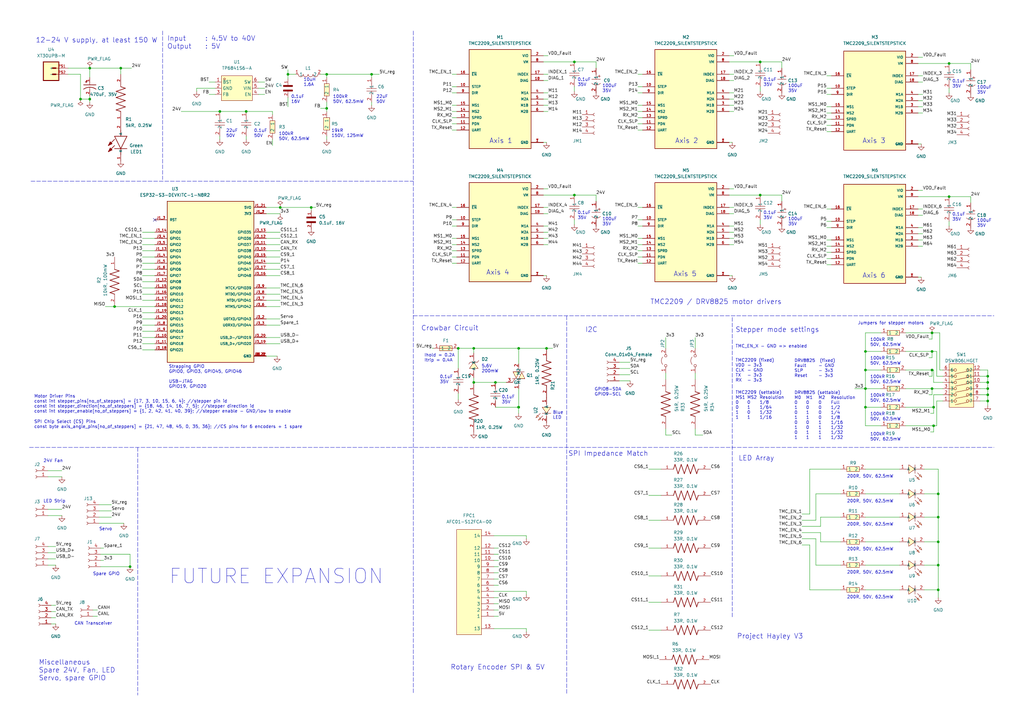
<source format=kicad_sch>
(kicad_sch (version 20211123) (generator eeschema)
  (paper "A3")
  (junction (at 49.53 27.94))
  (junction (at 212.725 142.875))
  (junction (at 127.635 85.09))
  (junction (at 114.935 85.09))
  (junction (at 311.785 25.4))
  (junction (at 354.965 144.145))
  (junction (at 384.81 241.935))
  (junction (at 405.13 159.385))
  (junction (at 405.13 164.465))
  (junction (at 382.27 136.525))
  (junction (at 384.81 222.25))
  (junction (at 235.585 25.4))
  (junction (at 46.99 125.73))
  (junction (at 384.81 202.565))
  (junction (at 405.13 161.925))
  (junction (at 382.27 144.145))
  (junction (at 187.96 142.875))
  (junction (at 389.255 80.645))
  (junction (at 382.27 151.765))
  (junction (at 354.965 151.765))
  (junction (at 203.2 156.845))
  (junction (at 235.585 80.01))
  (junction (at 382.905 174.625))
  (junction (at 133.985 44.45))
  (junction (at 212.6816 167.005))
  (junction (at 212.725 167.005))
  (junction (at 194.31 142.875))
  (junction (at 133.985 30.48))
  (junction (at 311.785 80.01))
  (junction (at 405.13 154.305))
  (junction (at 389.255 26.035))
  (junction (at 36.83 27.94))
  (junction (at 224.155 142.875))
  (junction (at 36.83 40.64))
  (junction (at 118.11 30.48))
  (junction (at 33.02 40.64))
  (junction (at 382.27 159.385))
  (junction (at 405.13 156.845))
  (junction (at 152.4 30.48))
  (junction (at 90.17 45.72))
  (junction (at 384.81 231.775))
  (junction (at 354.965 167.005))
  (junction (at 194.31 156.845))
  (junction (at 354.965 159.385))
  (junction (at 53.34 232.41))
  (junction (at 382.905 167.005))
  (junction (at 100.965 45.72))
  (junction (at 384.81 212.09))
  (no_connect (at 63.5 90.17))
  (wire (pts (xy 382.905 174.625) (xy 382.905 177.165)))
  (wire (pts (xy 204.47 227.33) (xy 202.565 227.33)))
  (wire (pts (xy 266.065 203.2) (xy 271.145 203.2)))
  (wire (pts (xy 384.81 241.935) (xy 384.81 245.11)))
  (wire (pts (xy 74.295 45.72) (xy 90.17 45.72)))
  (wire (pts (xy 222.885 40.64) (xy 224.79 40.64)))
  (wire (pts (xy 187.325 53.34) (xy 185.42 53.34)))
  (wire (pts (xy 58.42 97.79) (xy 63.5 97.79)))
  (wire (pts (xy 185.42 38.1) (xy 187.325 38.1)))
  (wire (pts (xy 222.885 30.48) (xy 224.79 30.48)))
  (wire (pts (xy 382.27 159.385) (xy 386.715 159.385)))
  (wire (pts (xy 299.085 77.47) (xy 300.99 77.47)))
  (wire (pts (xy 340.995 48.895) (xy 339.09 48.895)))
  (wire (pts (xy 222.885 95.25) (xy 224.79 95.25)))
  (wire (pts (xy 263.525 50.8) (xy 261.62 50.8)))
  (wire (pts (xy 266.065 224.79) (xy 271.145 224.79)))
  (wire (pts (xy 222.885 43.18) (xy 224.79 43.18)))
  (wire (pts (xy 187.325 107.95) (xy 185.42 107.95)))
  (wire (pts (xy 58.42 102.87) (xy 63.5 102.87)))
  (wire (pts (xy 109.22 100.33) (xy 114.935 100.33)))
  (wire (pts (xy 133.985 45.72) (xy 133.985 44.45)))
  (wire (pts (xy 88.265 38.735) (xy 85.725 38.735)))
  (wire (pts (xy 263.525 105.41) (xy 261.62 105.41)))
  (wire (pts (xy 204.47 250.19) (xy 202.565 250.19)))
  (wire (pts (xy 376.555 78.105) (xy 378.46 78.105)))
  (wire (pts (xy 340.995 108.585) (xy 339.09 108.585)))
  (wire (pts (xy 58.42 128.27) (xy 63.5 128.27)))
  (wire (pts (xy 111.76 46.99) (xy 111.76 45.72)))
  (wire (pts (xy 328.93 210.82) (xy 332.105 210.82)))
  (wire (pts (xy 204.47 252.73) (xy 202.565 252.73)))
  (wire (pts (xy 194.31 154.94) (xy 194.31 156.845)))
  (wire (pts (xy 336.55 218.44) (xy 336.55 222.25)))
  (wire (pts (xy 58.42 110.49) (xy 63.5 110.49)))
  (wire (pts (xy 273.05 175.895) (xy 273.05 178.435)))
  (wire (pts (xy 212.6816 167.005) (xy 212.6816 169.545)))
  (wire (pts (xy 222.885 85.09) (xy 224.79 85.09)))
  (wire (pts (xy 121.285 30.48) (xy 118.11 30.48)))
  (wire (pts (xy 108.585 33.655) (xy 106.045 33.655)))
  (wire (pts (xy 376.555 95.885) (xy 378.46 95.885)))
  (wire (pts (xy 40.64 214.63) (xy 50.8 214.63)))
  (wire (pts (xy 405.13 164.465) (xy 405.13 166.37)))
  (wire (pts (xy 46.99 125.73) (xy 63.5 125.73)))
  (wire (pts (xy 299.085 85.09) (xy 300.99 85.09)))
  (wire (pts (xy 187.325 48.26) (xy 185.42 48.26)))
  (wire (pts (xy 382.905 167.005) (xy 382.905 169.545)))
  (wire (pts (xy 100.965 57.15) (xy 100.965 55.88)))
  (wire (pts (xy 376.555 85.725) (xy 378.46 85.725)))
  (wire (pts (xy 204.47 237.49) (xy 202.565 237.49)))
  (wire (pts (xy 204.47 247.65) (xy 202.565 247.65)))
  (wire (pts (xy 376.555 113.665) (xy 377.825 113.665)))
  (wire (pts (xy 384.81 212.09) (xy 384.81 222.25)))
  (wire (pts (xy 109.22 97.79) (xy 114.935 97.79)))
  (wire (pts (xy 109.22 113.03) (xy 114.935 113.03)))
  (wire (pts (xy 381 139.065) (xy 382.27 139.065)))
  (wire (pts (xy 339.09 43.815) (xy 340.995 43.815)))
  (wire (pts (xy 354.965 192.405) (xy 368.935 192.405)))
  (wire (pts (xy 354.965 167.005) (xy 354.965 174.625)))
  (wire (pts (xy 212.725 159.385) (xy 212.725 167.005)))
  (wire (pts (xy 19.685 193.04) (xy 25.4 193.04)))
  (wire (pts (xy 222.885 92.71) (xy 224.79 92.71)))
  (wire (pts (xy 405.13 161.925) (xy 405.13 164.465)))
  (wire (pts (xy 19.685 211.455) (xy 25.4 211.455)))
  (wire (pts (xy 109.22 110.49) (xy 114.935 110.49)))
  (wire (pts (xy 384.81 222.25) (xy 384.81 231.775)))
  (wire (pts (xy 109.22 105.41) (xy 114.935 105.41)))
  (wire (pts (xy 19.685 229.235) (xy 22.86 229.235)))
  (wire (pts (xy 49.53 27.94) (xy 53.975 27.94)))
  (wire (pts (xy 58.42 113.03) (xy 63.5 113.03)))
  (wire (pts (xy 20.955 250.825) (xy 22.86 250.825)))
  (wire (pts (xy 109.22 133.35) (xy 114.935 133.35)))
  (wire (pts (xy 109.22 95.25) (xy 114.935 95.25)))
  (wire (pts (xy 389.255 90.805) (xy 389.255 92.71)))
  (wire (pts (xy 340.995 106.045) (xy 339.09 106.045)))
  (wire (pts (xy 361.315 167.005) (xy 354.965 167.005)))
  (wire (pts (xy 127.635 85.09) (xy 129.54 85.09)))
  (wire (pts (xy 261.62 100.33) (xy 263.525 100.33)))
  (wire (pts (xy 114.935 85.09) (xy 127.635 85.09)))
  (wire (pts (xy 371.475 151.765) (xy 382.27 151.765)))
  (wire (pts (xy 222.885 97.79) (xy 224.79 97.79)))
  (wire (pts (xy 254 151.13) (xy 258.445 151.13)))
  (wire (pts (xy 261.62 85.09) (xy 263.525 85.09)))
  (wire (pts (xy 382.905 156.845) (xy 386.715 156.845)))
  (wire (pts (xy 382.905 151.765) (xy 382.905 156.845)))
  (wire (pts (xy 320.675 25.4) (xy 320.675 27.94)))
  (wire (pts (xy 43.18 125.73) (xy 46.99 125.73)))
  (wire (pts (xy 109.22 125.73) (xy 114.935 125.73)))
  (wire (pts (xy 336.55 222.25) (xy 344.805 222.25)))
  (wire (pts (xy 108.585 36.195) (xy 106.045 36.195)))
  (wire (pts (xy 80.645 36.195) (xy 88.265 36.195)))
  (wire (pts (xy 334.645 220.98) (xy 334.645 231.775)))
  (wire (pts (xy 36.83 27.94) (xy 49.53 27.94)))
  (wire (pts (xy 41.275 227.33) (xy 53.34 227.33)))
  (wire (pts (xy 133.985 30.48) (xy 152.4 30.48)))
  (wire (pts (xy 185.42 43.18) (xy 187.325 43.18)))
  (wire (pts (xy 339.09 85.725) (xy 340.995 85.725)))
  (wire (pts (xy 299.085 40.64) (xy 300.99 40.64)))
  (wire (pts (xy 109.22 130.81) (xy 114.935 130.81)))
  (wire (pts (xy 311.785 80.01) (xy 320.675 80.01)))
  (wire (pts (xy 285.115 178.435) (xy 288.29 178.435)))
  (wire (pts (xy 204.47 229.87) (xy 202.565 229.87)))
  (wire (pts (xy 88.265 33.655) (xy 85.725 33.655)))
  (wire (pts (xy 401.955 154.305) (xy 405.13 154.305)))
  (wire (pts (xy 339.09 98.425) (xy 340.995 98.425)))
  (wire (pts (xy 328.93 220.98) (xy 334.645 220.98)))
  (wire (pts (xy 187.96 142.875) (xy 194.31 142.875)))
  (wire (pts (xy 339.09 31.115) (xy 340.995 31.115)))
  (wire (pts (xy 376.555 88.265) (xy 378.46 88.265)))
  (wire (pts (xy 222.885 22.86) (xy 224.79 22.86)))
  (wire (pts (xy 401.955 159.385) (xy 405.13 159.385)))
  (wire (pts (xy 19.685 208.915) (xy 25.4 208.915)))
  (wire (pts (xy 90.17 45.72) (xy 100.965 45.72)))
  (wire (pts (xy 379.095 231.775) (xy 384.81 231.775)))
  (wire (pts (xy 58.42 143.51) (xy 63.5 143.51)))
  (wire (pts (xy 263.525 102.87) (xy 261.62 102.87)))
  (wire (pts (xy 354.965 222.25) (xy 368.935 222.25)))
  (wire (pts (xy 20.955 248.285) (xy 22.86 248.285)))
  (wire (pts (xy 108.585 38.735) (xy 106.045 38.735)))
  (wire (pts (xy 401.955 164.465) (xy 405.13 164.465)))
  (wire (pts (xy 212.725 149.225) (xy 212.725 142.875)))
  (wire (pts (xy 376.555 98.425) (xy 378.46 98.425)))
  (wire (pts (xy 207.645 156.845) (xy 203.2 156.845)))
  (wire (pts (xy 376.555 80.645) (xy 389.255 80.645)))
  (wire (pts (xy 273.05 178.435) (xy 275.59 178.435)))
  (wire (pts (xy 202.565 257.81) (xy 215.9 257.81)))
  (wire (pts (xy 405.13 159.385) (xy 405.13 161.925)))
  (wire (pts (xy 261.62 92.71) (xy 263.525 92.71)))
  (wire (pts (xy 58.42 138.43) (xy 63.5 138.43)))
  (wire (pts (xy 261.62 45.72) (xy 263.525 45.72)))
  (wire (pts (xy 185.42 35.56) (xy 187.325 35.56)))
  (wire (pts (xy 376.555 93.345) (xy 378.46 93.345)))
  (wire (pts (xy 244.475 80.01) (xy 244.475 82.55)))
  (wire (pts (xy 235.585 35.56) (xy 235.585 37.465)))
  (wire (pts (xy 328.93 223.52) (xy 332.105 223.52)))
  (wire (pts (xy 299.085 87.63) (xy 300.99 87.63)))
  (wire (pts (xy 133.985 31.75) (xy 133.985 30.48)))
  (wire (pts (xy 127.635 85.09) (xy 127.635 86.36)))
  (wire (pts (xy 185.42 100.33) (xy 187.325 100.33)))
  (wire (pts (xy 299.085 80.01) (xy 311.785 80.01)))
  (wire (pts (xy 235.585 80.01) (xy 244.475 80.01)))
  (wire (pts (xy 389.255 36.195) (xy 389.255 38.1)))
  (wire (pts (xy 187.325 105.41) (xy 185.42 105.41)))
  (wire (pts (xy 187.96 142.875) (xy 187.96 151.13)))
  (wire (pts (xy 118.11 30.48) (xy 118.11 28.575)))
  (wire (pts (xy 385.445 136.525) (xy 385.445 151.765)))
  (wire (pts (xy 266.065 192.405) (xy 271.145 192.405)))
  (wire (pts (xy 405.13 154.305) (xy 405.13 156.845)))
  (wire (pts (xy 261.62 97.79) (xy 263.525 97.79)))
  (wire (pts (xy 109.22 140.97) (xy 114.935 140.97)))
  (wire (pts (xy 235.585 25.4) (xy 244.475 25.4)))
  (wire (pts (xy 202.565 242.57) (xy 215.9 242.57)))
  (wire (pts (xy 332.105 223.52) (xy 332.105 241.935)))
  (wire (pts (xy 376.555 46.355) (xy 378.46 46.355)))
  (wire (pts (xy 109.22 85.09) (xy 114.935 85.09)))
  (wire (pts (xy 339.09 38.735) (xy 340.995 38.735)))
  (wire (pts (xy 384.175 174.625) (xy 384.175 164.465)))
  (wire (pts (xy 27.94 30.48) (xy 33.02 30.48)))
  (polyline (pts (xy 12.7 74.295) (xy 169.545 74.295)))
  (wire (pts (xy 40.64 207.01) (xy 45.72 207.01)))
  (wire (pts (xy 263.525 48.26) (xy 261.62 48.26)))
  (wire (pts (xy 266.065 258.445) (xy 271.145 258.445)))
  (wire (pts (xy 185.42 90.17) (xy 187.325 90.17)))
  (wire (pts (xy 20.955 253.365) (xy 22.86 253.365)))
  (wire (pts (xy 33.02 40.64) (xy 36.83 40.64)))
  (wire (pts (xy 361.315 136.525) (xy 354.965 136.525)))
  (wire (pts (xy 40.64 209.55) (xy 45.72 209.55)))
  (wire (pts (xy 354.965 174.625) (xy 361.315 174.625)))
  (wire (pts (xy 382.27 159.385) (xy 382.27 161.925)))
  (wire (pts (xy 215.9 257.81) (xy 215.9 259.08)))
  (wire (pts (xy 131.445 30.48) (xy 133.985 30.48)))
  (wire (pts (xy 339.09 36.195) (xy 340.995 36.195)))
  (wire (pts (xy 328.93 218.44) (xy 336.55 218.44)))
  (wire (pts (xy 204.47 232.41) (xy 202.565 232.41)))
  (wire (pts (xy 299.085 45.72) (xy 300.99 45.72)))
  (wire (pts (xy 109.22 87.63) (xy 114.935 87.63)))
  (wire (pts (xy 36.83 31.75) (xy 36.83 27.94)))
  (wire (pts (xy 371.475 144.145) (xy 382.27 144.145)))
  (wire (pts (xy 376.555 43.815) (xy 378.46 43.815)))
  (wire (pts (xy 27.94 27.94) (xy 36.83 27.94)))
  (wire (pts (xy 263.525 107.95) (xy 261.62 107.95)))
  (wire (pts (xy 354.965 212.09) (xy 368.935 212.09)))
  (wire (pts (xy 339.09 46.355) (xy 340.995 46.355)))
  (wire (pts (xy 311.785 25.4) (xy 320.675 25.4)))
  (wire (pts (xy 382.27 151.765) (xy 382.27 154.305)))
  (wire (pts (xy 204.47 234.95) (xy 202.565 234.95)))
  (wire (pts (xy 336.55 215.9) (xy 336.55 212.09)))
  (wire (pts (xy 354.965 202.565) (xy 368.935 202.565)))
  (wire (pts (xy 187.96 161.29) (xy 187.96 163.83)))
  (wire (pts (xy 203.2 156.845) (xy 194.31 156.845)))
  (wire (pts (xy 328.93 215.9) (xy 336.55 215.9)))
  (wire (pts (xy 222.885 25.4) (xy 235.585 25.4)))
  (wire (pts (xy 109.22 120.65) (xy 114.935 120.65)))
  (wire (pts (xy 332.105 241.935) (xy 344.805 241.935)))
  (wire (pts (xy 222.885 100.33) (xy 224.79 100.33)))
  (wire (pts (xy 382.27 151.765) (xy 382.905 151.765)))
  (wire (pts (xy 361.315 159.385) (xy 354.965 159.385)))
  (wire (pts (xy 109.22 138.43) (xy 114.935 138.43)))
  (wire (pts (xy 354.965 231.775) (xy 368.935 231.775)))
  (wire (pts (xy 371.475 174.625) (xy 382.905 174.625)))
  (wire (pts (xy 185.42 97.79) (xy 187.325 97.79)))
  (wire (pts (xy 118.11 30.48) (xy 118.11 32.385)))
  (wire (pts (xy 254 156.21) (xy 258.445 156.21)))
  (wire (pts (xy 381 146.685) (xy 382.27 146.685)))
  (wire (pts (xy 354.965 241.935) (xy 368.935 241.935)))
  (wire (pts (xy 58.42 135.89) (xy 63.5 135.89)))
  (wire (pts (xy 299.085 58.42) (xy 300.355 58.42)))
  (wire (pts (xy 152.4 30.48) (xy 155.575 30.48)))
  (wire (pts (xy 382.27 136.525) (xy 382.27 139.065)))
  (wire (pts (xy 212.6816 167.005) (xy 203.2 167.005)))
  (wire (pts (xy 41.275 229.87) (xy 42.545 229.87)))
  (wire (pts (xy 384.81 231.775) (xy 384.81 241.935)))
  (wire (pts (xy 58.42 123.19) (xy 63.5 123.19)))
  (polyline (pts (xy 66.675 12.7) (xy 66.675 73.66)))
  (wire (pts (xy 381.635 169.545) (xy 382.905 169.545)))
  (wire (pts (xy 376.555 41.275) (xy 378.46 41.275)))
  (wire (pts (xy 212.725 167.005) (xy 212.6816 167.005)))
  (wire (pts (xy 266.065 213.36) (xy 271.145 213.36)))
  (wire (pts (xy 254 153.67) (xy 258.445 153.67)))
  (wire (pts (xy 382.905 167.005) (xy 382.905 161.925)))
  (wire (pts (xy 58.42 120.65) (xy 63.5 120.65)))
  (wire (pts (xy 350.52 159.385) (xy 354.965 159.385)))
  (wire (pts (xy 385.445 151.765) (xy 386.715 151.765)))
  (wire (pts (xy 222.885 33.02) (xy 224.79 33.02)))
  (wire (pts (xy 299.085 38.1) (xy 300.99 38.1)))
  (wire (pts (xy 224.155 142.875) (xy 226.695 142.875)))
  (wire (pts (xy 187.325 102.87) (xy 185.42 102.87)))
  (wire (pts (xy 285.115 175.895) (xy 285.115 178.435)))
  (wire (pts (xy 58.42 115.57) (xy 63.5 115.57)))
  (wire (pts (xy 382.27 144.145) (xy 384.175 144.145)))
  (wire (pts (xy 58.42 95.25) (xy 63.5 95.25)))
  (wire (pts (xy 152.4 31.75) (xy 152.4 30.48)))
  (wire (pts (xy 254 148.59) (xy 258.445 148.59)))
  (wire (pts (xy 311.785 35.56) (xy 311.785 37.465)))
  (wire (pts (xy 36.83 41.91) (xy 36.83 40.64)))
  (wire (pts (xy 379.095 212.09) (xy 384.81 212.09)))
  (wire (pts (xy 328.93 213.36) (xy 334.645 213.36)))
  (wire (pts (xy 376.555 23.495) (xy 378.46 23.495)))
  (wire (pts (xy 384.81 192.405) (xy 384.81 202.565)))
  (wire (pts (xy 332.105 192.405) (xy 344.805 192.405)))
  (wire (pts (xy 354.965 159.385) (xy 354.965 167.005)))
  (wire (pts (xy 20.955 255.905) (xy 22.86 255.905)))
  (wire (pts (xy 222.885 77.47) (xy 224.79 77.47)))
  (wire (pts (xy 299.085 43.18) (xy 300.99 43.18)))
  (wire (pts (xy 215.9 242.57) (xy 215.9 243.84)))
  (wire (pts (xy 379.095 202.565) (xy 384.81 202.565)))
  (wire (pts (xy 361.315 144.145) (xy 354.965 144.145)))
  (wire (pts (xy 273.05 138.43) (xy 273.05 142.875)))
  (wire (pts (xy 398.145 80.645) (xy 398.145 83.185)))
  (polyline (pts (xy 169.545 12.7) (xy 169.545 284.48)))
  (wire (pts (xy 354.965 136.525) (xy 354.965 144.145)))
  (wire (pts (xy 109.22 102.87) (xy 114.935 102.87)))
  (wire (pts (xy 384.175 144.145) (xy 384.175 154.305)))
  (wire (pts (xy 389.255 26.035) (xy 398.145 26.035)))
  (wire (pts (xy 376.555 100.965) (xy 378.46 100.965)))
  (wire (pts (xy 90.17 57.15) (xy 90.17 55.88)))
  (wire (pts (xy 332.105 192.405) (xy 332.105 210.82)))
  (polyline (pts (xy 232.41 129.54) (xy 232.41 284.48)))
  (wire (pts (xy 299.085 25.4) (xy 311.785 25.4)))
  (wire (pts (xy 261.62 90.17) (xy 263.525 90.17)))
  (wire (pts (xy 354.965 151.765) (xy 354.965 159.385)))
  (wire (pts (xy 202.565 219.71) (xy 215.9 219.71)))
  (wire (pts (xy 185.42 45.72) (xy 187.325 45.72)))
  (wire (pts (xy 371.475 136.525) (xy 382.27 136.525)))
  (wire (pts (xy 19.685 226.695) (xy 22.86 226.695)))
  (wire (pts (xy 299.085 92.71) (xy 300.99 92.71)))
  (wire (pts (xy 49.53 30.48) (xy 49.53 27.94)))
  (wire (pts (xy 285.115 153.035) (xy 285.115 155.575)))
  (wire (pts (xy 222.885 38.1) (xy 224.79 38.1)))
  (wire (pts (xy 376.555 26.035) (xy 389.255 26.035)))
  (wire (pts (xy 58.42 118.11) (xy 63.5 118.11)))
  (wire (pts (xy 398.145 26.035) (xy 398.145 28.575)))
  (wire (pts (xy 382.27 136.525) (xy 385.445 136.525)))
  (wire (pts (xy 384.81 202.565) (xy 384.81 212.09)))
  (wire (pts (xy 212.725 142.875) (xy 224.155 142.875)))
  (wire (pts (xy 401.955 161.925) (xy 405.13 161.925)))
  (wire (pts (xy 334.645 231.775) (xy 344.805 231.775)))
  (wire (pts (xy 381 161.925) (xy 382.27 161.925)))
  (wire (pts (xy 36.83 39.37) (xy 36.83 40.64)))
  (wire (pts (xy 361.315 151.765) (xy 354.965 151.765)))
  (wire (pts (xy 19.685 195.58) (xy 25.4 195.58)))
  (wire (pts (xy 405.13 151.765) (xy 405.13 154.305)))
  (wire (pts (xy 204.47 224.79) (xy 202.565 224.79)))
  (wire (pts (xy 384.175 154.305) (xy 386.715 154.305)))
  (wire (pts (xy 111.76 59.69) (xy 111.76 57.15)))
  (wire (pts (xy 58.42 133.35) (xy 63.5 133.35)))
  (wire (pts (xy 185.42 85.09) (xy 187.325 85.09)))
  (polyline (pts (xy 300.355 130.175) (xy 300.355 253.365)))
  (wire (pts (xy 41.275 232.41) (xy 53.34 232.41)))
  (wire (pts (xy 263.525 53.34) (xy 261.62 53.34)))
  (wire (pts (xy 100.965 45.72) (xy 111.76 45.72)))
  (wire (pts (xy 53.34 227.33) (xy 53.34 232.41)))
  (wire (pts (xy 405.13 156.845) (xy 405.13 159.385)))
  (wire (pts (xy 299.085 100.33) (xy 300.99 100.33)))
  (wire (pts (xy 222.885 80.01) (xy 235.585 80.01)))
  (wire (pts (xy 38.1 252.73) (xy 40.005 252.73)))
  (wire (pts (xy 339.09 100.965) (xy 340.995 100.965)))
  (wire (pts (xy 261.62 30.48) (xy 263.525 30.48)))
  (wire (pts (xy 266.065 236.22) (xy 271.145 236.22)))
  (wire (pts (xy 41.275 224.79) (xy 42.545 224.79)))
  (wire (pts (xy 299.085 30.48) (xy 300.99 30.48)))
  (wire (pts (xy 58.42 105.41) (xy 63.5 105.41)))
  (wire (pts (xy 382.905 174.625) (xy 384.175 174.625)))
  (wire (pts (xy 109.22 118.11) (xy 114.935 118.11)))
  (wire (pts (xy 185.42 92.71) (xy 187.325 92.71)))
  (wire (pts (xy 109.22 146.05) (xy 113.665 146.05)))
  (wire (pts (xy 58.42 107.95) (xy 63.5 107.95)))
  (wire (pts (xy 58.42 140.97) (xy 63.5 140.97)))
  (wire (pts (xy 215.9 219.71) (xy 215.9 220.98)))
  (wire (pts (xy 58.42 130.81) (xy 63.5 130.81)))
  (wire (pts (xy 133.985 57.15) (xy 133.985 55.88)))
  (wire (pts (xy 334.645 213.36) (xy 334.645 202.565)))
  (wire (pts (xy 371.475 159.385) (xy 382.27 159.385)))
  (wire (pts (xy 382.905 161.925) (xy 386.715 161.925)))
  (wire (pts (xy 384.175 164.465) (xy 386.715 164.465)))
  (wire (pts (xy 222.885 58.42) (xy 224.155 58.42)))
  (wire (pts (xy 194.31 142.875) (xy 194.31 144.78)))
  (wire (pts (xy 109.22 123.19) (xy 114.935 123.19)))
  (wire (pts (xy 376.555 33.655) (xy 378.46 33.655)))
  (wire (pts (xy 299.085 22.86) (xy 300.99 22.86)))
  (wire (pts (xy 19.685 224.155) (xy 22.86 224.155)))
  (wire (pts (xy 340.995 53.975) (xy 339.09 53.975)))
  (wire (pts (xy 177.165 142.875) (xy 177.8 142.875)))
  (wire (pts (xy 376.555 59.055) (xy 377.825 59.055)))
  (wire (pts (xy 379.095 222.25) (xy 384.81 222.25)))
  (wire (pts (xy 401.955 151.765) (xy 405.13 151.765)))
  (wire (pts (xy 19.685 231.775) (xy 22.86 231.775)))
  (wire (pts (xy 38.1 250.19) (xy 40.005 250.19)))
  (wire (pts (xy 244.475 25.4) (xy 244.475 27.94)))
  (wire (pts (xy 334.645 202.565) (xy 344.805 202.565)))
  (wire (pts (xy 261.62 35.56) (xy 263.525 35.56)))
  (wire (pts (xy 320.675 80.01) (xy 320.675 82.55)))
  (wire (pts (xy 299.085 33.02) (xy 300.99 33.02)))
  (wire (pts (xy 133.985 44.45) (xy 133.985 41.91)))
  (wire (pts (xy 299.085 113.03) (xy 300.355 113.03)))
  (wire (pts (xy 187.325 50.8) (xy 185.42 50.8)))
  (wire (pts (xy 261.62 43.18) (xy 263.525 43.18)))
  (wire (pts (xy 340.995 103.505) (xy 339.09 103.505)))
  (wire (pts (xy 222.885 45.72) (xy 224.79 45.72)))
  (wire (pts (xy 379.095 192.405) (xy 384.81 192.405)))
  (wire (pts (xy 261.62 38.1) (xy 263.525 38.1)))
  (wire (pts (xy 185.42 30.48) (xy 187.325 30.48)))
  (wire (pts (xy 133.985 44.45) (xy 131.445 44.45)))
  (wire (pts (xy 382.27 144.145) (xy 382.27 146.685)))
  (wire (pts (xy 235.585 90.17) (xy 235.585 92.075)))
  (wire (pts (xy 80.645 37.465) (xy 80.645 36.195)))
  (wire (pts (xy 204.47 245.11) (xy 202.565 245.11)))
  (wire (pts (xy 222.885 87.63) (xy 224.79 87.63)))
  (wire (pts (xy 299.085 97.79) (xy 300.99 97.79)))
  (polyline (pts (xy 12.065 183.515) (xy 407.67 183.515)))
  (wire (pts (xy 311.785 90.17) (xy 311.785 92.075)))
  (wire (pts (xy 381.635 177.165) (xy 382.905 177.165)))
  (wire (pts (xy 339.09 93.345) (xy 340.995 93.345)))
  (wire (pts (xy 379.095 241.935) (xy 384.81 241.935)))
  (wire (pts (xy 118.11 40.005) (xy 118.11 43.815)))
  (wire (pts (xy 58.42 100.33) (xy 63.5 100.33)))
  (wire (pts (xy 381 154.305) (xy 382.27 154.305)))
  (wire (pts (xy 389.255 80.645) (xy 398.145 80.645)))
  (wire (pts (xy 33.02 30.48) (xy 33.02 40.64)))
  (wire (pts (xy 266.065 247.015) (xy 271.145 247.015)))
  (wire (pts (xy 109.22 107.95) (xy 114.935 107.95)))
  (wire (pts (xy 152.4 43.18) (xy 152.4 41.91)))
  (wire (pts (xy 285.115 138.43) (xy 285.115 142.875)))
  (wire (pts (xy 40.64 212.09) (xy 45.72 212.09)))
  (wire (pts (xy 371.475 167.005) (xy 382.905 167.005)))
  (wire (pts (xy 222.885 113.03) (xy 224.155 113.03)))
  (wire (pts (xy 299.085 95.25) (xy 300.99 95.25)))
  (polyline (pts (xy 56.515 183.515) (xy 56.515 285.115)))
  (wire (pts (xy 339.09 90.805) (xy 340.995 90.805)))
  (wire (pts (xy 212.725 142.875) (xy 194.31 142.875)))
  (wire (pts (xy 376.555 38.735) (xy 378.46 38.735)))
  (wire (pts (xy 336.55 212.09) (xy 344.805 212.09)))
  (wire (pts (xy 354.965 144.145) (xy 354.965 151.765)))
  (polyline (pts (xy 169.545 129.54) (xy 407.67 129.54)))
  (wire (pts (xy 273.05 153.035) (xy 273.05 155.575)))
  (wire (pts (xy 340.995 51.435) (xy 339.09 51.435)))
  (wire (pts (xy 204.47 240.03) (xy 202.565 240.03)))
  (wire (pts (xy 376.555 31.115) (xy 378.46 31.115)))
  (wire (pts (xy 401.955 156.845) (xy 405.13 156.845)))
  (text "100uF\n35V" (at 247.015 92.71 0) (effects (font (size 1.27 1.27)) (justify left bottom)))
  (text "Jumpers for stepper motors" (at 351.79 133.35 0) (effects (font (size 1.27 1.27)) (justify left bottom)))
  (text "TMC2209 (fixed)\nVDD	- 3v3\nCLK	- GND\nTX	- 3v3\nRX	- 3v3" (at 301.625 156.845 0) (effects (font (size 1.27 1.27)) (justify left bottom)))
  (text "Project Hayley V3" (at 302.26 262.255 0) (effects (font (size 2 2)) (justify left bottom)))
  (text "100kR\n50V, 62.5mW" (at 356.87 157.48 0) (effects (font (size 1.27 1.27)) (justify left bottom)))
  (text "100kR\n50V, 62.5mW" (at 356.87 142.24 0) (effects (font (size 1.27 1.27)) (justify left bottom)))
  (text "100uF\n35V" (at 400.685 38.735 0) (effects (font (size 1.27 1.27)) (justify left bottom)))
  (text "Miscellaneous\nSpare 24V, Fan, LED\nServo, spare GPIO" (at 15.875 279.4 0) (effects (font (size 2 2)) (justify left bottom)))
  (text "0.1uF\n35V" (at 236.855 35.56 0) (effects (font (size 1.27 1.27)) (justify left bottom)))
  (text "200R, 50V, 62.5mW" (at 347.345 245.745 0) (effects (font (size 1.27 1.27)) (justify left bottom)))
  (text "22uF\n50V" (at 92.71 56.515 0) (effects (font (size 1.27 1.27)) (justify left bottom)))
  (text "100kR\n50V, 62.5mW" (at 356.87 172.72 0) (effects (font (size 1.27 1.27)) (justify left bottom)))
  (text "100kR\n50V, 62.5mW" (at 114.3 57.785 0) (effects (font (size 1.27 1.27)) (justify left bottom)))
  (text "0.1uF\n35V" (at 313.055 35.56 0) (effects (font (size 1.27 1.27)) (justify left bottom)))
  (text "100uF\n35V" (at 323.215 38.1 0) (effects (font (size 1.27 1.27)) (justify left bottom)))
  (text "DRV8825 (settable)\nM0	M1	M2	Resolution\n0	0	0	Full\n1	0	0	1/2\n0	1	0	1/4\n1	1	0	1/8\n0	0	1	1/16\n1	0	1	1/32\n0	1	1	1/32\n1	1	1	1/32" (at 325.755 180.34 0) (effects (font (size 1.27 1.27)) (justify left bottom)))
  (text "Crowbar Circuit" (at 172.72 135.89 0) (effects (font (size 2 2)) (justify left bottom)))
  (text "100kR\n50V, 62.5mW" (at 356.87 149.86 0) (effects (font (size 1.27 1.27)) (justify left bottom)))
  (text "Spare GPIO" (at 38.1 236.22 0) (effects (font (size 1.27 1.27)) (justify left bottom)))
  (text "Axis 2" (at 276.86 59.055 0) (effects (font (size 2 2)) (justify left bottom)))
  (text "Rotary Encoder SPI & 5V" (at 184.785 274.955 0) (effects (font (size 2 2)) (justify left bottom)))
  (text "0.1uF\n35V" (at 205.74 165.735 0) (effects (font (size 1.27 1.27)) (justify left bottom)))
  (text "0.1uF\n50V" (at 104.14 56.515 0) (effects (font (size 1.27 1.27)) (justify left bottom)))
  (text "0.1uF\n35V" (at 390.525 90.805 0) (effects (font (size 1.27 1.27)) (justify left bottom)))
  (text "10uH\n1.6A" (at 124.46 35.56 0) (effects (font (size 1.27 1.27)) (justify left bottom)))
  (text "0.1uF\n16V" (at 119.38 42.545 0) (effects (font (size 1.27 1.27)) (justify left bottom)))
  (text "100uF\n35V" (at 323.215 92.71 0) (effects (font (size 1.27 1.27)) (justify left bottom)))
  (text "0.1uF\n35V" (at 313.055 90.17 0) (effects (font (size 1.27 1.27)) (justify left bottom)))
  (text "100uF\n35V" (at 400.685 93.345 0) (effects (font (size 1.27 1.27)) (justify left bottom)))
  (text "Axis 1" (at 200.66 59.055 0) (effects (font (size 2 2)) (justify left bottom)))
  (text "GPIO8-SDA\nGPIO9-SCL" (at 243.84 162.56 0) (effects (font (size 1.27 1.27)) (justify left bottom)))
  (text "19kR\n150V, 125mW" (at 135.89 56.515 0) (effects (font (size 1.27 1.27)) (justify left bottom)))
  (text "TMC2209 (settable)\nMS1	MS2	Resolution\n0	0	1/8\n0	1	1/64\n1	0	1/32\n1	1	1/16" (at 301.625 172.085 0) (effects (font (size 1.27 1.27)) (justify left bottom)))
  (text "Strapping GPIO\nGPIO0, GPIO3, GPIO45, GPIO46\n\nUSB-JTAG\nGPIO19, GPIO20" (at 69.215 159.385 0) (effects (font (size 1.27 1.27)) (justify left bottom)))
  (text "200R, 50V, 62.5mW" (at 347.345 226.06 0) (effects (font (size 1.27 1.27)) (justify left bottom)))
  (text "LED Array" (at 302.895 189.23 0) (effects (font (size 2 2)) (justify left bottom)))
  (text "SPI Chip Select (CS) Pins\nconst byte axis_angle_pins[no_of_steppers] = {21, 47, 48, 45, 0, 35, 36}; //CS pins for 6 encoders + 1 spare" (at 13.97 175.895 0) (effects (font (size 1.27 1.27)) (justify left bottom)))
  (text "Servo" (at 40.64 217.805 0) (effects (font (size 1.27 1.27)) (justify left bottom)))
  (text "100kR\n50V, 62.5mW" (at 356.87 180.975 0) (effects (font (size 1.27 1.27)) (justify left bottom)))
  (text "DRV8825  (fixed)\nFault 	- GND\nSLP		- 3v3\nReset	- 3v3" (at 325.755 154.94 0) (effects (font (size 1.27 1.27)) (justify left bottom)))
  (text "Stepper mode settings" (at 301.625 136.525 0) (effects (font (size 2 2)) (justify left bottom)))
  (text "0.1uF\n35V" (at 390.525 36.195 0) (effects (font (size 1.27 1.27)) (justify left bottom)))
  (text "TMC_EN_X - GND => enabled" (at 301.625 142.875 0) (effects (font (size 1.27 1.27)) (justify left bottom)))
  (text "Axis 6" (at 353.695 114.3 0) (effects (font (size 2 2)) (justify left bottom)))
  (text "100uF\n35V" (at 247.015 38.1 0) (effects (font (size 1.27 1.27)) (justify left bottom)))
  (text "5.6V\n200mW" (at 197.485 153.035 0) (effects (font (size 1.27 1.27)) (justify left bottom)))
  (text "200R, 50V, 62.5mW" (at 347.345 206.375 0) (effects (font (size 1.27 1.27)) (justify left bottom)))
  (text "100kR\n50V, 62.5mW" (at 356.87 165.1 0) (effects (font (size 1.27 1.27)) (justify left bottom)))
  (text "0.1uF\n35V" (at 236.855 90.17 0) (effects (font (size 1.27 1.27)) (justify left bottom)))
  (text "200R, 50V, 62.5mW" (at 347.345 235.585 0) (effects (font (size 1.27 1.27)) (justify left bottom)))
  (text "LED Strip" (at 17.78 206.375 0) (effects (font (size 1.27 1.27)) (justify left bottom)))
  (text "SPI Impedance Match" (at 233.045 187.325 0) (effects (font (size 2 2)) (justify left bottom)))
  (text "200R, 50V, 62.5mW" (at 347.345 215.9 0) (effects (font (size 1.27 1.27)) (justify left bottom)))
  (text "I2C" (at 240.03 136.525 0) (effects (font (size 2 2)) (justify left bottom)))
  (text "Input	: 4.5V to 40V\nOutput	: 5V" (at 68.58 20.32 0) (effects (font (size 2 2)) (justify left bottom)))
  (text "22uF\n50V" (at 154.305 42.545 0) (effects (font (size 1.27 1.27)) (justify left bottom)))
  (text "Axis 3" (at 353.695 59.055 0) (effects (font (size 2 2)) (justify left bottom)))
  (text "200R, 50V, 62.5mW" (at 347.345 196.215 0) (effects (font (size 1.27 1.27)) (justify left bottom)))
  (text "24V Fan" (at 17.78 189.865 0) (effects (font (size 1.27 1.27)) (justify left bottom)))
  (text "Ihold = 0.2A\nItrip = 0.4A" (at 173.99 148.59 0) (effects (font (size 1.27 1.27)) (justify left bottom)))
  (text "Axis 4" (at 199.39 113.03 0) (effects (font (size 2 2)) (justify left bottom)))
  (text "100kR\n50V, 62.5mW" (at 136.525 42.545 0) (effects (font (size 1.27 1.27)) (justify left bottom)))
  (text "Blue\nLED" (at 226.695 172.085 0) (effects (font (size 1.27 1.27)) (justify left bottom)))
  (text "FUTURE EXPANSION" (at 69.215 240.03 0) (effects (font (size 6 6)) (justify left bottom)))
  (text "Axis 5" (at 276.225 113.665 0) (effects (font (size 2 2)) (justify left bottom)))
  (text "12-24 V supply, at least 150 W" (at 14.605 17.78 0) (effects (font (size 2 2)) (justify left bottom)))
  (text "TMC2209 / DRV8825 motor drivers" (at 266.7 125.095 0) (effects (font (size 2 2)) (justify left bottom)))
  (text "0.1uF\n35V" (at 180.34 157.48 0) (effects (font (size 1.27 1.27)) (justify left bottom)))
  (text "CAN Transceiver" (at 30.48 256.54 0) (effects (font (size 1.27 1.27)) (justify left bottom)))
  (text "Motor Driver Pins\nconst int stepper_pins[no_of_steppers] = {17, 3, 10, 15, 6, 4}; //stepper pin id\nconst int stepper_direction[no_of_steppers] = {18, 46, 14, 16, 7, 5}; //stepper direction id\nconst int stepper_enable[no_of_steppers] = {1, 2, 42, 41, 40, 39}; //stepper enable - GND/low to enable" (at 13.97 169.545 0) (effects (font (size 1.27 1.27)) (justify left bottom)))
  (label "SCL" (at 258.445 153.67 0))
  (label "M63" (at 378.46 98.425 0))
  (label "RX_M2" (at 185.42 48.26 180))
  (label "TMC_EN_5" (at 328.93 220.98 180))
  (label "CLK_1" (at 271.145 280.67 180))
  (label "M31" (at 378.46 38.735 0))
  (label "TMC_EN_4" (at 114.935 123.19 0))
  (label "CANL" (at 40.005 252.73 0))
  (label "M53" (at 314.96 104.14 180))
  (label "M33" (at 378.46 43.815 0))
  (label "TMC_EN_1" (at 185.42 30.48 180))
  (label "SDA" (at 288.29 178.435 0))
  (label "CS7" (at 291.465 203.2 0))
  (label "VDD_Fault" (at 224.79 77.47 0))
  (label "24V" (at 74.295 45.72 180))
  (label "CS10" (at 204.47 229.87 0))
  (label "P15" (at 58.42 120.65 180))
  (label "CLK_SLP" (at 261.62 105.41 180))
  (label "P10" (at 185.42 92.71 180))
  (label "P6" (at 58.42 107.95 180))
  (label "CS12" (at 204.47 224.79 0))
  (label "TMC_EN_1" (at 328.93 210.82 180))
  (label "M61" (at 378.46 93.345 0))
  (label "P11" (at 58.42 138.43 180))
  (label "M64" (at 392.43 109.855 180))
  (label "EN" (at 111.76 59.69 180))
  (label "M22" (at 300.99 40.64 0))
  (label "M51" (at 314.96 101.6 180))
  (label "CS8_1" (at 114.935 113.03 0))
  (label "P8" (at 261.62 92.71 180))
  (label "MS1_M0" (at 339.09 98.425 180))
  (label "SCL" (at 275.59 178.435 0))
  (label "M13" (at 224.79 43.18 0))
  (label "TX_Reset" (at 339.09 53.975 180))
  (label "M42" (at 238.76 106.68 180))
  (label "P5" (at 58.42 105.41 180))
  (label "5V_reg" (at 129.54 85.09 0))
  (label "TMC_EN_4" (at 185.42 85.09 180))
  (label "M62" (at 392.43 107.315 180))
  (label "P11" (at 185.42 35.56 180))
  (label "M41" (at 238.76 101.6 180))
  (label "MS1_M0" (at 185.42 43.18 180))
  (label "P13" (at 58.42 102.87 180))
  (label "24V" (at 244.475 25.4 0))
  (label "TX_Reset" (at 185.42 107.95 180))
  (label "5V_reg" (at 258.445 148.59 0))
  (label "CS10_1" (at 58.42 95.25 180))
  (label "SDA" (at 258.445 151.13 0))
  (label "3v3" (at 46.99 105.41 180))
  (label "CS6" (at 204.47 240.03 0))
  (label "M34" (at 392.43 55.245 180))
  (label "M41" (at 224.79 92.71 0))
  (label "VDD_Fault" (at 378.46 23.495 0))
  (label "SW" (at 118.11 28.575 180))
  (label "CS12" (at 291.465 258.445 0))
  (label "M44" (at 224.79 100.33 0))
  (label "M52" (at 300.99 95.25 0))
  (label "M11" (at 224.79 38.1 0))
  (label "CLK" (at 291.465 280.67 0))
  (label "P14" (at 261.62 38.1 180))
  (label "TX_Reset" (at 261.62 53.34 180))
  (label "TMC_EN_4" (at 328.93 218.44 180))
  (label "CS12_1" (at 266.065 258.445 180))
  (label "MOSI_1" (at 270.51 270.51 180))
  (label "INDEX_1" (at 224.79 30.48 0))
  (label "M24" (at 300.99 45.72 0))
  (label "24V" (at 45.72 212.09 0))
  (label "SCL" (at 58.42 118.11 180))
  (label "INDEX_6" (at 378.46 85.725 0))
  (label "3v3" (at 114.935 87.63 0))
  (label "P12" (at 58.42 140.97 180))
  (label "CANH" (at 40.005 250.19 0))
  (label "MS2_M1" (at 339.09 46.355 180))
  (label "P16" (at 339.09 38.735 180))
  (label "CAN_TX" (at 114.935 102.87 0))
  (label "P7" (at 261.62 90.17 180))
  (label "M12" (at 238.76 52.07 180))
  (label "RX_M2" (at 381 161.925 180))
  (label "M32" (at 392.43 52.705 180))
  (label "5V" (at 204.47 252.73 0))
  (label "5V" (at 226.695 142.875 0))
  (label "CS7_1" (at 266.065 203.2 180))
  (label "USB_D-" (at 114.935 138.43 0))
  (label "M53" (at 300.99 97.79 0))
  (label "MOSI" (at 290.83 270.51 0))
  (label "P16" (at 58.42 130.81 180))
  (label "USB_D+" (at 114.935 140.97 0))
  (label "MS2_M1" (at 381.635 169.545 180))
  (label "M14" (at 238.76 54.61 180))
  (label "M54" (at 300.99 100.33 0))
  (label "CS9_1" (at 266.065 224.79 180))
  (label "M43" (at 238.76 104.14 180))
  (label "RX_M2" (at 339.09 48.895 180))
  (label "MS2_M1" (at 261.62 100.33 180))
  (label "CS11" (at 291.465 247.015 0))
  (label "CS11_1" (at 266.065 247.015 180))
  (label "P8" (at 58.42 113.03 180))
  (label "5V_reg" (at 45.72 207.01 0))
  (label "P7" (at 58.42 110.49 180))
  (label "M51" (at 300.99 92.71 0))
  (label "RX_M2" (at 261.62 48.26 180))
  (label "CAN_RX" (at 114.935 100.33 0))
  (label "M12" (at 224.79 40.64 0))
  (label "5V_reg" (at 22.86 224.155 0))
  (label "CAN_RX" (at 22.86 253.365 0))
  (label "TMC_EN_5" (at 261.62 85.09 180))
  (label "TMC_EN_2" (at 328.93 213.36 180))
  (label "M62" (at 378.46 95.885 0))
  (label "USB_D+" (at 22.86 226.695 0))
  (label "RX_M2" (at 261.62 102.87 180))
  (label "MISO" (at 204.47 247.65 0))
  (label "MS1_M0" (at 261.62 43.18 180))
  (label "M54" (at 314.96 109.22 180))
  (label "24V" (at 398.145 26.035 0))
  (label "P6" (at 339.09 93.345 180))
  (label "24V" (at 244.475 80.01 0))
  (label "M14" (at 224.79 45.72 0))
  (label "MS2_M1" (at 339.09 100.965 180))
  (label "TX_Reset" (at 185.42 53.34 180))
  (label "M23" (at 300.99 43.18 0))
  (label "CLK_SLP" (at 261.62 50.8 180))
  (label "3v3" (at 350.52 159.385 0))
  (label "MS2_M1" (at 185.42 100.33 180))
  (label "5V_reg" (at 155.575 30.48 0))
  (label "MS2_M1" (at 185.42 45.72 180))
  (label "CLK_SLP" (at 185.42 105.41 180))
  (label "RX_M2" (at 185.42 102.87 180))
  (label "FB" (at 131.445 44.45 180))
  (label "MOSI" (at 204.47 250.19 0))
  (label "SDA" (at 58.42 115.57 180))
  (label "M44" (at 238.76 109.22 180))
  (label "INDEX_4" (at 224.79 85.09 0))
  (label "M24" (at 314.96 54.61 180))
  (label "CS10" (at 291.465 236.22 0))
  (label "CS7_1" (at 114.935 110.49 0))
  (label "P10" (at 58.42 135.89 180))
  (label "3v3" (at 42.545 229.87 0))
  (label "MS1_M0" (at 381.635 177.165 180))
  (label "DIAG_5" (at 300.99 87.63 0))
  (label "CS10_1" (at 266.065 236.22 180))
  (label "TX_Reset" (at 339.09 108.585 180))
  (label "CS9" (at 291.465 224.79 0))
  (label "24V" (at 398.145 80.645 0))
  (label "CLK_SLP" (at 185.42 50.8 180))
  (label "M13" (at 238.76 49.53 180))
  (label "DIAG_2" (at 300.99 33.02 0))
  (label "USB_D-" (at 22.86 229.235 0))
  (label "INDEX_2" (at 300.99 30.48 0))
  (label "SW" (at 108.585 33.655 0))
  (label "Spare_1" (at 114.935 133.35 0))
  (label "M21" (at 314.96 46.99 180))
  (label "CS12_1" (at 114.935 97.79 0))
  (label "TX_Reset" (at 261.62 107.95 180))
  (label "CLK_SLP" (at 381 146.685 180))
  (label "VDD_Fault" (at 224.79 22.86 0))
  (label "INDEX_3" (at 378.46 31.115 0))
  (label "BST" (at 85.725 33.655 180))
  (label "CS8" (at 291.465 213.36 0))
  (label "Spare_1" (at 42.545 224.79 0))
  (label "M22" (at 314.96 52.07 180))
  (label "CS7" (at 204.47 237.49 0))
  (label "P14" (at 114.935 107.95 0))
  (label "24V" (at 108.585 36.195 0))
  (label "DIAG_6" (at 378.46 88.265 0))
  (label "MS1_M0" (at 339.09 43.815 180))
  (label "CS8" (at 204.47 234.95 0))
  (label "5V_reg" (at 177.165 142.875 180))
  (label "DIAG_3" (at 378.46 33.655 0))
  (label "M63" (at 392.43 104.775 180))
  (label "FB" (at 85.725 38.735 180))
  (label "CS11_1" (at 114.935 95.25 0))
  (label "TMC_EN_1" (at 58.42 97.79 180))
  (label "M32" (at 378.46 41.275 0))
  (label "MS2_M1" (at 261.62 45.72 180))
  (label "M11" (at 238.76 46.99 180))
  (label "MS1_M0" (at 185.42 97.79 180))
  (label "M21" (at 300.99 38.1 0))
  (label "TMC_EN_6" (at 328.93 223.52 180))
  (label "CLK_SLP" (at 339.09 51.435 180))
  (label "M31" (at 392.43 47.625 180))
  (label "CS6" (at 291.465 192.405 0))
  (label "BST" (at 118.11 43.815 180))
  (label "TMC_EN_3" (at 339.09 31.115 180))
  (label "24V" (at 25.4 208.915 0))
  (label "TMC_EN_2" (at 261.62 30.48 180))
  (label "CAN_TX" (at 22.86 250.825 0))
  (label "P13" (at 261.62 35.56 180))
  (label "Servo" (at 114.935 130.81 0))
  (label "CLK" (at 204.47 245.11 0))
  (label "CS8_1" (at 266.065 213.36 180))
  (label "24V" (at 320.675 25.4 0))
  (label "3v3" (at 285.115 138.43 0))
  (label "M64" (at 378.46 100.965 0))
  (label "P12" (at 185.42 38.1 180))
  (label "VDD_Fault" (at 381 139.065 180))
  (label "RX_M2" (at 339.09 103.505 180))
  (label "MS1_M0" (at 261.62 97.79 180))
  (label "M33" (at 392.43 50.165 180))
  (label "MISO" (at 43.18 125.73 180))
  (label "CS9_1" (at 114.935 105.41 0))
  (label "CLK_SLP" (at 339.09 106.045 180))
  (label "TMC_EN_6" (at 114.935 118.11 0))
  (label "M43" (at 224.79 97.79 0))
  (label "VDD_Fault" (at 300.99 22.86 0))
  (label "TX_Reset" (at 381.089 154.305 180))
  (label "CS6_1" (at 58.42 143.51 180))
  (label "VDD_Fault" (at 300.99 77.47 0))
  (label "CS11" (at 204.47 227.33 0))
  (label "MOSI_1" (at 58.42 123.19 180))
  (label "M23" (at 314.96 49.53 180))
  (label "M42" (at 224.79 95.25 0))
  (label "TMC_EN_2" (at 58.42 100.33 180))
  (label "5V_reg" (at 22.86 248.285 0))
  (label "TMC_EN_3" (at 114.935 125.73 0))
  (label "24V" (at 53.975 27.94 0))
  (label "M52" (at 314.96 106.68 180))
  (label "CLK_1" (at 58.42 128.27 180))
  (label "Servo" (at 45.72 209.55 0))
  (label "CS6_1" (at 266.065 192.405 180))
  (label "M34" (at 378.46 46.355 0))
  (label "M61" (at 392.43 102.235 180))
  (label "24V" (at 25.4 193.04 0))
  (label "24V" (at 320.675 80.01 0))
  (label "TMC_EN_6" (at 339.09 85.725 180))
  (label "INDEX_5" (at 300.99 85.09 0))
  (label "DIAG_1" (at 224.79 33.02 0))
  (label "P9" (at 58.42 133.35 180))
  (label "P15" (at 339.09 36.195 180))
  (label "P9" (at 185.42 90.17 180))
  (label "CS9" (at 204.47 232.41 0))
  (label "TMC_EN_5" (at 114.935 120.65 0))
  (label "VDD_Fault" (at 378.46 78.105 0))
  (label "TMC_EN_3" (at 328.93 215.9 180))
  (label "EN" (at 108.585 38.735 0))
  (label "DIAG_4" (at 224.79 87.63 0))
  (label "P5" (at 339.09 90.805 180))
  (label "3v3" (at 273.05 138.43 0))
  (symbol (lib_id "Resistor_ 100kΩ_62.5mW_50V_0402_C60491:RC0402FR-07100KL") (at 366.395 136.525 0) (unit 1)
    (property "Reference" "R8" (at 365.125 139.065 0))
    (property "Value" "RC0402FR-07100KL" (effects hide))
    (property "Footprint" "Resistor_ 100kΩ_62.5mW_50V_0402_C60491:Resistor_ 100kΩ_62.5mW_50V_0402_C60491" (effects hide))
    (property "Datasheet" "https://lcsc.com/product-detail/Chip-Resistor-Surface-Mount_100KR-1003-1_C60491.html" (effects hide))
    (property "LCSC Part" "C60491" (effects hide))
    (property "LCSC" "C60491" (effects hide))
  )
  (symbol (lib_id "BZT52C5V6S_5.2V_to_6V_200mW_5.6V_SOD-323_Zener_Diodes_C19077441:BZT52C5V6S_C19077441") (at 194.31 149.86 270) (unit 1)
    (property "Reference" "D2" (at 197.485 147.32 90) (effects (justify left)))
    (property "Value" "BZT52C5V6S_C19077441" (effects hide))
    (property "Footprint" "BZT52C5V6S_5.2V_to_6V_200mW_5.6V_SOD-323_Zener_Diodes_C19077441:SOD-323_L1.7-W1.3-LS2.6-RD" (effects hide))
    (property "LCSC Part" "C19077441" (effects hide))
    (property "LCSC" "C19077441" (effects hide))
  )
  (symbol (lib_id "Connector:Conn_01x02_Female") (at 14.605 195.58 180) (unit 1)
    (property "Reference" "J2" (at 15.24 190.5 0))
    (property "Value" "Conn_01x02_Female" (effects hide))
    (property "Footprint" "Connector_JST:JST_EH_B2B-EH-A_1x02_P2.50mm_Vertical" (effects hide))
  )
  (symbol (lib_id "green_LED_wurth_150060GS75000_0603_C5252984:150060GS75000") (at 49.53 66.04 90) (unit 1)
    (property "Reference" "LED1" (at 55.88 62.23 90))
    (property "Value" "Green" (at 55.88 59.69 90))
    (property "Footprint" "green_LED_wurth_150060GS75000_0603_C5252984:LEDC1608X80N" (effects hide))
    (property "MANUFACTURER_NAME" "Wurth Elektronik" (effects hide))
    (property "MF" "Wurth Electronics" (effects hide))
    (property "MOUSER_PRICE-STOCK" "https://www.mouser.com/Search/Refine.aspx?Keyword=710-150060GS75000" (effects hide))
    (property "DESCRIPTION" "Wurth Elektronik WL-SMCW 520 nm Green LED, 1608 (0603) Clear SMD package" (effects hide))
    (property "MOUSER_PART_NUMBER" "710-150060GS75000" (effects hide))
    (property "Price" "None" (effects hide))
    (property "Package" "0603 Würth Elektronik" (effects hide))
    (property "Check_prices" "https://www.snapeda.com/parts/150060GS75000/Wurth+Electronics+Inc./view-part/?ref=eda" (effects hide))
    (property "HEIGHT" "0.8mm" (effects hide))
    (property "SnapEDA_Link" "https://www.snapeda.com/parts/150060GS75000/Wurth+Electronics+Inc./view-part/?ref=snap" (effects hide))
    (property "MP" "150060GS75000" (effects hide))
    (property "Description" "\nGreen 520nm LED Indication - Discrete 3.2V 0603 (1608 Metric)\n" (effects hide))
    (property "Availability" "In Stock" (effects hide))
    (property "MANUFACTURER_PART_NUMBER" "150060GS75000" (effects hide))
    (property "LCSC Part #" "C5252984" (effects hide))
    (property "LCSC" "C5252984" (effects hide))
  )
  (symbol (lib_id "power:GND") (at 235.585 37.465 0) (mirror y) (unit 1)
    (property "Reference" "#PWR0128" (effects hide))
    (property "Value" "GND" (at 238.125 40.64 0))
  )
  (symbol (lib_id "Capacitor_100uF_35V_75mA@120Hz_±20%_D6pt3xL5pt4mm_C3151830:RVT1V101M0605") (at 320.675 87.63 270) (unit 1)
    (property "Reference" "C14" (at 325.12 87.63 90))
    (property "Value" "RVT1V101M0605" (effects hide))
    (property "Footprint" "Capacitor_100uF_35V_75mA@120Hz_±20%_D6pt3xL5pt4mm_C3151830:Capacitor_100uF_35V_75mA@120Hz_±20%_D6pt3xL5pt4mm_C3151830" (effects hide))
    (property "LCSC Part" "C3151830" (effects hide))
    (property "LCSC" "C3151830" (effects hide))
  )
  (symbol (lib_id "Connector:Conn_01x02_Female") (at 14.605 211.455 180) (unit 1)
    (property "Reference" "J3" (at 15.24 205.74 0))
    (property "Value" "Conn_01x02_Female" (effects hide))
    (property "Footprint" "Connector_JST:JST_EH_B2B-EH-A_1x02_P2.50mm_Vertical" (effects hide))
  )
  (symbol (lib_id "Connector:Conn_01x04_Female") (at 320.04 104.14 0) (unit 1)
    (property "Reference" "JM5" (at 311.15 112.395 0) (effects (justify left)))
    (property "Value" "Conn_01x04_Female" (effects hide))
    (property "Footprint" "Connector_JST:JST_XH_B4B-XH-A_1x04_P2.50mm_Vertical" (effects hide))
  )
  (symbol (lib_id "Blue_LED_5mA_456nm~476nm_130°_2.6V~3V_0603_C7371904:XL-1608UBC-06A") (at 224.155 168.275 90) (unit 1)
    (property "Reference" "U2" (at 219.71 168.275 0))
    (property "Value" "XL-1608UBC-06A" (effects hide))
    (property "Footprint" "Blue_LED_5mA_456nm~476nm_130°_2.6V~3V_0603_C7371904:Blue_LED_5mA_456nm~476nm_130°_2.6V~3V_0603_C7371904" (effects hide))
    (property "LCSC Part" "C7371904" (effects hide))
    (property "LCSC" "C7371904" (effects hide))
  )
  (symbol (lib_id "Blue_LED_5mA_456nm~476nm_130°_2.6V~3V_0603_C7371904:XL-1608UBC-06A") (at 374.015 222.25 180) (unit 1)
    (property "Reference" "U8" (at 374.015 226.695 0))
    (property "Value" "XL-1608UBC-06A" (effects hide))
    (property "Footprint" "Blue_LED_5mA_456nm~476nm_130°_2.6V~3V_0603_C7371904:Blue_LED_5mA_456nm~476nm_130°_2.6V~3V_0603_C7371904" (effects hide))
    (property "LCSC Part" "C7371904" (effects hide))
    (property "LCSC" "C7371904" (effects hide))
  )
  (symbol (lib_id "power:GND") (at 53.34 232.41 0) (unit 1)
    (property "Reference" "#PWR0101" (effects hide))
    (property "Value" "GND" (at 53.34 237.49 0))
  )
  (symbol (lib_id "Blue_LED_5mA_456nm~476nm_130°_2.6V~3V_0603_C7371904:XL-1608UBC-06A") (at 374.015 192.405 180) (unit 1)
    (property "Reference" "U5" (at 374.015 196.85 0))
    (property "Value" "XL-1608UBC-06A" (effects hide))
    (property "Footprint" "Blue_LED_5mA_456nm~476nm_130°_2.6V~3V_0603_C7371904:Blue_LED_5mA_456nm~476nm_130°_2.6V~3V_0603_C7371904" (effects hide))
    (property "LCSC Part" "C7371904" (effects hide))
    (property "LCSC" "C7371904" (effects hide))
  )
  (symbol (lib_id "power:GND") (at 384.81 245.11 0) (unit 1)
    (property "Reference" "#PWR049" (effects hide))
    (property "Value" "GND" (at 384.81 250.19 0))
  )
  (symbol (lib_id "power:PWR_FLAG") (at 114.935 85.09 0) (unit 1)
    (property "Reference" "#FLG03" (effects hide))
    (property "Value" "PWR_FLAG" (at 118.745 81.28 0))
  )
  (symbol (lib_id "Inductor_10uH_1pt6A_2x2pt5mm_C5832376:FTC252012S100MBCA") (at 126.365 30.48 180) (unit 1)
    (property "Reference" "L1" (at 126.365 27.94 0))
    (property "Value" "FTC252012S100MBCA" (effects hide))
    (property "Footprint" "Inductor_10uH_1pt6A_2x2pt5mm_C5832376:Inductor_10uH_1pt6A_2x2pt5mm_C5832376" (effects hide))
    (property "LCSC Part" "C5832376" (effects hide))
    (property "LCSC" "C5832376" (effects hide))
  )
  (symbol (lib_id "TDK cap_100nF_35V_C0402_C343047:CGA2B3X7R1V104KT0Y0F") (at 389.255 85.725 270) (unit 1)
    (property "Reference" "C16" (at 390.525 83.82 90) (effects (justify left)))
    (property "Value" "CGA2B3X7R1V104KT0Y0F" (effects hide))
    (property "Footprint" "TDK cap_100nF_35V_C0402_C343047:C0402_L1.0-W0.5-H0.5" (effects hide))
    (property "LCSC Part" "C343047" (effects hide))
    (property "LCSC" "C343047" (effects hide))
  )
  (symbol (lib_id "Blue_LED_5mA_456nm~476nm_130°_2.6V~3V_0603_C7371904:XL-1608UBC-06A") (at 374.015 231.775 180) (unit 1)
    (property "Reference" "U9" (at 374.015 236.22 0))
    (property "Value" "XL-1608UBC-06A" (effects hide))
    (property "Footprint" "Blue_LED_5mA_456nm~476nm_130°_2.6V~3V_0603_C7371904:Blue_LED_5mA_456nm~476nm_130°_2.6V~3V_0603_C7371904" (effects hide))
    (property "LCSC Part" "C7371904" (effects hide))
    (property "LCSC" "C7371904" (effects hide))
  )
  (symbol (lib_id "33R_100mW_yageo_RC0603JR-0733RL_0603_C108407:RC0603JR-0733RL") (at 281.305 280.67 0) (unit 1)
    (property "Reference" "R32" (at 276.225 274.32 0) (effects (justify left)))
    (property "Value" "33R, 0.1W" (at 276.225 276.86 0) (effects (justify left)))
    (property "Footprint" "33R_100mW_yageo_RC0603JR-0733RL_0603_C108407:RESC1608X55N" (effects hide))
    (property "MF" "Yageo" (effects hide))
    (property "Description" "\n33 Ohms ±5% 0.1W, 1/10W Chip Resistor 0603 (1608 Metric) Moisture Resistant Thick Film\n" (effects hide))
    (property "Package" "1608 Yageo" (effects hide))
    (property "Price" "None" (effects hide))
    (property "SnapEDA_Link" "https://www.snapeda.com/parts/RC0603JR-0733RL/Yageo/view-part/?ref=snap" (effects hide))
    (property "MP" "RC0603JR-0733RL" (effects hide))
    (property "Purchase-URL" "https://www.snapeda.com/api/url_track_click_mouser/?unipart_id=615083&manufacturer=Yageo&part_name=RC0603JR-0733RL&search_term=rc0603jr-0733rl" (effects hide))
    (property "Availability" "In Stock" (effects hide))
    (property "Check_prices" "https://www.snapeda.com/parts/RC0603JR-0733RL/Yageo/view-part/?ref=eda" (effects hide))
    (property "LCSC Part #" "C108407" (effects hide))
    (property "LCSC" "C108407" (effects hide))
  )
  (symbol (lib_id "Capacitor_100uF_35V_75mA@120Hz_±20%_D6pt3xL5pt4mm_C3151830:RVT1V101M0605") (at 398.145 88.265 270) (unit 1)
    (property "Reference" "C18" (at 402.59 88.265 90))
    (property "Value" "RVT1V101M0605" (effects hide))
    (property "Footprint" "Capacitor_100uF_35V_75mA@120Hz_±20%_D6pt3xL5pt4mm_C3151830:Capacitor_100uF_35V_75mA@120Hz_±20%_D6pt3xL5pt4mm_C3151830" (effects hide))
    (property "LCSC Part" "C3151830" (effects hide))
    (property "LCSC" "C3151830" (effects hide))
  )
  (symbol (lib_id "TMC2209_bigtreetech_V1_3:TMC2209_SILENTSTEPSTICK") (at 281.305 95.25 0) (unit 1)
    (property "Reference" "M5" (at 281.305 69.85 0))
    (property "Value" "TMC2209_SILENTSTEPSTICK" (at 281.305 72.39 0))
    (property "Footprint" "TMC2209_bigtreetech_V1_3:MODULE_TMC2209_SILENTSTEPSTICK" (effects hide))
    (property "MF" "Trinamic Motion Control GmbH" (effects hide))
    (property "Description" "\n                        \n                            TMC2209 Motor Controller/Driver Power Management Evaluation Board\n                        \n" (effects hide))
    (property "Package" "None" (effects hide))
    (property "Price" "None" (effects hide))
    (property "Check_prices" "https://www.snapeda.com/parts/TMC2209SILENTSTEPSTICK/Trinamic/view-part/?ref=eda" (effects hide))
    (property "STANDARD" "Manufacturer Recommendations" (effects hide))
    (property "PARTREV" "1.20" (effects hide))
    (property "SnapEDA_Link" "https://www.snapeda.com/parts/TMC2209SILENTSTEPSTICK/Trinamic/view-part/?ref=snap" (effects hide))
    (property "MP" "TMC2209SILENTSTEPSTICK" (effects hide))
    (property "MANUFACTURER" "Trinamic Motion Control GmbH" (effects hide))
    (property "Availability" "In Stock" (effects hide))
    (property "SNAPEDA_PN" "TMC2209 SILENTSTEPSTICK" (effects hide))
  )
  (symbol (lib_id "power:GND") (at 50.8 214.63 0) (unit 1)
    (property "Reference" "#PWR027" (effects hide))
    (property "Value" "GND" (at 50.8 219.71 0))
  )
  (symbol (lib_id "power:GND") (at 215.9 259.08 0) (unit 1)
    (property "Reference" "#PWR0103" (effects hide))
    (property "Value" "GND" (at 212.09 260.985 0))
  )
  (symbol (lib_id "power:GND") (at 377.825 59.055 0) (unit 1)
    (property "Reference" "#PWR0117" (effects hide))
    (property "Value" "GND" (at 377.825 64.135 0))
  )
  (symbol (lib_id "power:GND") (at 235.585 92.075 0) (mirror y) (unit 1)
    (property "Reference" "#PWR0127" (effects hide))
    (property "Value" "GND" (at 238.125 95.25 0))
  )
  (symbol (lib_id "power:GND") (at 113.665 146.05 0) (unit 1)
    (property "Reference" "#PWR029" (effects hide))
    (property "Value" "GND" (at 113.665 151.13 0))
  )
  (symbol (lib_id "TDK cap_100nF_35V_C0402_C343047:CGA2B3X7R1V104KT0Y0F") (at 235.585 30.48 270) (unit 1)
    (property "Reference" "C7" (at 236.855 28.575 90) (effects (justify left)))
    (property "Value" "CGA2B3X7R1V104KT0Y0F" (effects hide))
    (property "Footprint" "TDK cap_100nF_35V_C0402_C343047:C0402_L1.0-W0.5-H0.5" (effects hide))
    (property "LCSC Part" "C343047" (effects hide))
    (property "LCSC" "C343047" (effects hide))
  )
  (symbol (lib_id "power:GND") (at 90.17 57.15 0) (unit 1)
    (property "Reference" "#PWR0108" (effects hide))
    (property "Value" "GND" (at 90.17 62.23 0))
  )
  (symbol (lib_id "TMC2209_bigtreetech_V1_3:TMC2209_SILENTSTEPSTICK") (at 205.105 40.64 0) (unit 1)
    (property "Reference" "M1" (at 205.105 15.24 0))
    (property "Value" "TMC2209_SILENTSTEPSTICK" (at 205.105 17.78 0))
    (property "Footprint" "TMC2209_bigtreetech_V1_3:MODULE_TMC2209_SILENTSTEPSTICK" (effects hide))
    (property "MF" "Trinamic Motion Control GmbH" (effects hide))
    (property "Description" "\n                        \n                            TMC2209 Motor Controller/Driver Power Management Evaluation Board\n                        \n" (effects hide))
    (property "Package" "None" (effects hide))
    (property "Price" "None" (effects hide))
    (property "Check_prices" "https://www.snapeda.com/parts/TMC2209SILENTSTEPSTICK/Trinamic/view-part/?ref=eda" (effects hide))
    (property "STANDARD" "Manufacturer Recommendations" (effects hide))
    (property "PARTREV" "1.20" (effects hide))
    (property "SnapEDA_Link" "https://www.snapeda.com/parts/TMC2209SILENTSTEPSTICK/Trinamic/view-part/?ref=snap" (effects hide))
    (property "MP" "TMC2209SILENTSTEPSTICK" (effects hide))
    (property "MANUFACTURER" "Trinamic Motion Control GmbH" (effects hide))
    (property "Availability" "In Stock" (effects hide))
    (property "SNAPEDA_PN" "TMC2209 SILENTSTEPSTICK" (effects hide))
  )
  (symbol (lib_id "Bel_Fuse_0ZCJ0020FF2E_30V_200mA_10A_400mA_1206_Resettable_Fuses_C6964258:0ZCJ0020FF2E") (at 182.88 142.875 0) (unit 1)
    (property "Reference" "F1" (at 182.88 139.7 0))
    (property "Value" "0ZCJ0020FF2E" (effects hide))
    (property "Footprint" "Bel_Fuse_0ZCJ0020FF2E_30V_200mA_10A_400mA_1206_Resettable_Fuses_C6964258.pretty:F1206" (effects hide))
    (property "LCSC Part" "C6964258" (effects hide))
    (property "LCSC" "C6964258" (effects hide))
  )
  (symbol (lib_id "62.5mW_Resistor_50V_±1%_200Ω_0402_C25087:0402WGF2000TCE") (at 349.885 192.405 0) (unit 1)
    (property "Reference" "R9" (at 349.885 189.865 0))
    (property "Value" "0402WGF2000TCE" (effects hide))
    (property "Footprint" "62.5mW_Resistor_50V_±1%_200Ω_0402_C25087:R0402" (effects hide))
    (property "Datasheet" "https://lcsc.com/product-detail/Chip-Resistor-Surface-Mount-UniOhm_200R-2000-1_C25087.html" (effects hide))
    (property "LCSC Part" "C25087" (effects hide))
    (property "LCSC" "C25087" (effects hide))
  )
  (symbol (lib_id "Connector:Conn_01x04_Female") (at 397.51 104.775 0) (unit 1)
    (property "Reference" "JM6" (at 388.62 113.03 0) (effects (justify left)))
    (property "Value" "Conn_01x04_Female" (effects hide))
    (property "Footprint" "Connector_JST:JST_XH_B4B-XH-A_1x04_P2.50mm_Vertical" (effects hide))
  )
  (symbol (lib_id "Connector:Conn_01x04_Female") (at 248.92 153.67 180) (unit 1)
    (property "Reference" "J5" (at 257.81 142.875 0))
    (property "Value" "Conn_01x04_Female" (at 257.81 145.415 0))
    (property "Footprint" "Connector_JST:JST_PH_B4B-PH-K_1x04_P2.00mm_Vertical" (effects hide))
  )
  (symbol (lib_id "power:GND") (at 187.96 163.83 0) (unit 1)
    (property "Reference" "#PWR01" (effects hide))
    (property "Value" "GND" (at 187.96 168.91 0))
  )
  (symbol (lib_id "Resistor_ 100kΩ_62.5mW_50V_0402_C60491:RC0402FR-07100KL") (at 366.395 167.005 0) (unit 1)
    (property "Reference" "R18" (at 365.125 169.545 0))
    (property "Value" "RC0402FR-07100KL" (effects hide))
    (property "Footprint" "Resistor_ 100kΩ_62.5mW_50V_0402_C60491:Resistor_ 100kΩ_62.5mW_50V_0402_C60491" (effects hide))
    (property "Datasheet" "https://lcsc.com/product-detail/Chip-Resistor-Surface-Mount_100KR-1003-1_C60491.html" (effects hide))
    (property "LCSC Part" "C60491" (effects hide))
    (property "LCSC" "C60491" (effects hide))
  )
  (symbol (lib_id "Resistor_ 100kΩ_62.5mW_50V_0402_C60491:RC0402FR-07100KL") (at 133.985 36.83 270) (unit 1)
    (property "Reference" "R4" (at 136.525 36.8299 90) (effects (justify left)))
    (property "Value" "RC0402FR-07100KL" (effects hide))
    (property "Footprint" "Resistor_ 100kΩ_62.5mW_50V_0402_C60491:Resistor_ 100kΩ_62.5mW_50V_0402_C60491" (effects hide))
    (property "Datasheet" "https://lcsc.com/product-detail/Chip-Resistor-Surface-Mount_100KR-1003-1_C60491.html" (effects hide))
    (property "LCSC Part" "C60491" (effects hide))
    (property "LCSC" "C60491" (effects hide))
  )
  (symbol (lib_id "470uF_35V_Alu_cap_panasonic_EEH-ZS1V471P_C403803:EEHZS1V471P") (at 36.83 34.29 270) (unit 1)
    (property "Reference" "C3" (at 40.005 36.195 90) (effects (justify left)))
    (property "Value" "470uF, 35V" (at 36.83 38.735 90) (effects (justify left)))
    (property "Footprint" "470uF_35V_Alu_cap_panasonic_EEH-ZS1V471P_C403803:CAP_EEHZS1V471P" (effects hide))
    (property "MF" "Panasonic Electronic Components" (effects hide))
    (property "MAXIMUM_PACKAGE_HEIGHT" "16.5mm" (effects hide))
    (property "Package" "RADIAL-2 Panasonic" (effects hide))
    (property "Price" "None" (effects hide))
    (property "Check_prices" "https://www.snapeda.com/parts/EEH-ZS1V471P/Panasonic+Electronic+Components/view-part/?ref=eda" (effects hide))
    (property "STANDARD" "Manufacturer Recommendations" (effects hide))
    (property "PARTREV" "30-Sep-20" (effects hide))
    (property "SnapEDA_Link" "https://www.snapeda.com/parts/EEH-ZS1V471P/Panasonic+Electronic+Components/view-part/?ref=snap" (effects hide))
    (property "MP" "EEH-ZS1V471P" (effects hide))
    (property "Purchase-URL" "https://www.snapeda.com/api/url_track_click_mouser/?unipart_id=3214512&manufacturer=Panasonic Electronic Components&part_name=EEH-ZS1V471P&search_term=eehzs1v471p" (effects hide))
    (property "Description" "\n470F 35V Aluminum - Polymer Capacitors Radial, Can - SMD 11mOhm 4000 Hrs @ 125C\n" (effects hide))
    (property "Availability" "In Stock" (effects hide))
    (property "MANUFACTURER" "Panasonic" (effects hide))
    (property "LCSC" "C403803" (effects hide))
  )
  (symbol (lib_id "ESP32-S3-DEVKITC-1-N8R2:ESP32-S3-DEVKITC-1-N8R2") (at 86.36 115.57 0) (unit 1)
    (property "Reference" "U3" (at 71.755 77.47 0))
    (property "Value" "ESP32-S3-DEVKITC-1-N8R2" (at 71.755 80.01 0))
    (property "Footprint" "ESP32-S3-DEVKITC-1-N8R2:XCVR_ESP32-S3-DEVKITC-1-N8R2" (effects hide))
    (property "MF" "Espressif Systems" (effects hide))
    (property "Description" "\nWiFi Development Tools - 802.11 (Engineering Samples Only) ESP32-S3 General-Purpose Development Board, ESP32-S3-WROOM-1-N8R2, with Pin Header\n" (effects hide))
    (property "Package" "None" (effects hide))
    (property "Price" "None" (effects hide))
    (property "Check_prices" "https://www.snapeda.com/parts/ESP32-S3-DEVKITC-1-N8R2/Espressif+Systems/view-part/?ref=eda" (effects hide))
    (property "STANDARD" "Manufacturer Recommendations" (effects hide))
    (property "PARTREV" "V1" (effects hide))
    (property "SnapEDA_Link" "https://www.snapeda.com/parts/ESP32-S3-DEVKITC-1-N8R2/Espressif+Systems/view-part/?ref=snap" (effects hide))
    (property "MP" "ESP32-S3-DEVKITC-1-N8R2" (effects hide))
    (property "Purchase-URL" "https://www.snapeda.com/api/url_track_click_mouser/?unipart_id=8918256&manufacturer=Espressif Systems&part_name=ESP32-S3-DEVKITC-1-N8R2&search_term=esp32-s3-devkitc-1-n8" (effects hide))
    (property "Availability" "In Stock" (effects hide))
    (property "MANUFACTURER" "Espressif" (effects hide))
  )
  (symbol (lib_id "power:GND") (at 244.475 92.71 0) (unit 1)
    (property "Reference" "#PWR0126" (effects hide))
    (property "Value" "GND" (at 248.285 95.25 0))
  )
  (symbol (lib_id "power:GND") (at 398.145 93.345 0) (unit 1)
    (property "Reference" "#PWR0123" (effects hide))
    (property "Value" "GND" (at 401.955 95.885 0))
  )
  (symbol (lib_id "power:GND") (at 22.86 255.905 0) (unit 1)
    (property "Reference" "#PWR0105" (effects hide))
    (property "Value" "GND" (at 22.86 260.985 0))
  )
  (symbol (lib_id "power:GND") (at 25.4 195.58 0) (unit 1)
    (property "Reference" "#PWR09" (effects hide))
    (property "Value" "GND" (at 25.4 200.66 0))
  )
  (symbol (lib_id "TDK cap_100nF_35V_C0402_C343047:CGA2B3X7R1V104KT0Y0F") (at 311.785 30.48 270) (unit 1)
    (property "Reference" "C11" (at 313.055 28.575 90) (effects (justify left)))
    (property "Value" "CGA2B3X7R1V104KT0Y0F" (effects hide))
    (property "Footprint" "TDK cap_100nF_35V_C0402_C343047:C0402_L1.0-W0.5-H0.5" (effects hide))
    (property "LCSC Part" "C343047" (effects hide))
    (property "LCSC" "C343047" (effects hide))
  )
  (symbol (lib_id "Connector:Conn_01x04_Female") (at 243.84 104.14 0) (unit 1)
    (property "Reference" "JM4" (at 234.95 112.395 0) (effects (justify left)))
    (property "Value" "Conn_01x04_Female" (effects hide))
    (property "Footprint" "Connector_JST:JST_XH_B4B-XH-A_1x04_P2.50mm_Vertical" (effects hide))
  )
  (symbol (lib_id "33R_100mW_yageo_RC0603JR-0733RL_0603_C108407:RC0603JR-0733RL") (at 281.305 258.445 0) (unit 1)
    (property "Reference" "R7" (at 276.225 252.095 0) (effects (justify left)))
    (property "Value" "33R, 0.1W" (at 276.225 254.635 0) (effects (justify left)))
    (property "Footprint" "33R_100mW_yageo_RC0603JR-0733RL_0603_C108407:RESC1608X55N" (effects hide))
    (property "MF" "Yageo" (effects hide))
    (property "Description" "\n33 Ohms ±5% 0.1W, 1/10W Chip Resistor 0603 (1608 Metric) Moisture Resistant Thick Film\n" (effects hide))
    (property "Package" "1608 Yageo" (effects hide))
    (property "Price" "None" (effects hide))
    (property "SnapEDA_Link" "https://www.snapeda.com/parts/RC0603JR-0733RL/Yageo/view-part/?ref=snap" (effects hide))
    (property "MP" "RC0603JR-0733RL" (effects hide))
    (property "Purchase-URL" "https://www.snapeda.com/api/url_track_click_mouser/?unipart_id=615083&manufacturer=Yageo&part_name=RC0603JR-0733RL&search_term=rc0603jr-0733rl" (effects hide))
    (property "Availability" "In Stock" (effects hide))
    (property "Check_prices" "https://www.snapeda.com/parts/RC0603JR-0733RL/Yageo/view-part/?ref=eda" (effects hide))
    (property "LCSC Part #" "C108407" (effects hide))
    (property "LCSC" "C108407" (effects hide))
  )
  (symbol (lib_id "5kR_250mW_yageo_RT1206BRD075KL_1206_C870818:RT1206BRD075KL") (at 273.05 165.735 270) (unit 1)
    (property "Reference" "R33" (at 280.035 168.91 0) (effects (justify right)))
    (property "Value" "5kR, 0.25W" (at 277.495 168.91 0) (effects (justify right)))
    (property "Footprint" "5kR_250mW_yageo_RT1206BRD075KL_1206_C870818:RESC3116X65N" (effects hide))
    (property "MF" "Yageo" (effects hide))
    (property "Description" "\n5 kOhms ±0.1% 0.25W, 1/4W Chip Resistor 1206 (3216 Metric) - Thin Film\n" (effects hide))
    (property "Package" "3116 Yageo" (effects hide))
    (property "Price" "None" (effects hide))
    (property "SnapEDA_Link" "https://www.snapeda.com/parts/RT1206BRD075KL/Yageo/view-part/?ref=snap" (effects hide))
    (property "MP" "RT1206BRD075KL" (effects hide))
    (property "Purchase-URL" "https://www.snapeda.com/api/url_track_click_mouser/?unipart_id=2692467&manufacturer=Yageo&part_name=RT1206BRD075KL&search_term=rt1206brd075kl" (effects hide))
    (property "Availability" "In Stock" (effects hide))
    (property "Check_prices" "https://www.snapeda.com/parts/RT1206BRD075KL/Yageo/view-part/?ref=eda" (effects hide))
    (property "LCSC Part #" "C870818" (effects hide))
    (property "LCSC" "C870818" (effects hide))
  )
  (symbol (lib_id "TDK cap_100nF_35V_C0402_C343047:CGA2B3X7R1V104KT0Y0F") (at 389.255 31.115 270) (unit 1)
    (property "Reference" "C15" (at 390.525 29.21 90) (effects (justify left)))
    (property "Value" "CGA2B3X7R1V104KT0Y0F" (effects hide))
    (property "Footprint" "TDK cap_100nF_35V_C0402_C343047:C0402_L1.0-W0.5-H0.5" (effects hide))
    (property "LCSC Part" "C343047" (effects hide))
    (property "LCSC" "C343047" (effects hide))
  )
  (symbol (lib_id "power:GND") (at 80.645 37.465 0) (unit 1)
    (property "Reference" "#PWR0106" (effects hide))
    (property "Value" "GND" (at 80.645 42.545 0))
  )
  (symbol (lib_id "33R_100mW_yageo_RC0603JR-0733RL_0603_C108407:RC0603JR-0733RL") (at 281.305 213.36 0) (unit 1)
    (property "Reference" "R28" (at 276.225 207.01 0) (effects (justify left)))
    (property "Value" "33R, 0.1W" (at 276.225 209.55 0) (effects (justify left)))
    (property "Footprint" "33R_100mW_yageo_RC0603JR-0733RL_0603_C108407:RESC1608X55N" (effects hide))
    (property "MF" "Yageo" (effects hide))
    (property "Description" "\n33 Ohms ±5% 0.1W, 1/10W Chip Resistor 0603 (1608 Metric) Moisture Resistant Thick Film\n" (effects hide))
    (property "Package" "1608 Yageo" (effects hide))
    (property "Price" "None" (effects hide))
    (property "SnapEDA_Link" "https://www.snapeda.com/parts/RC0603JR-0733RL/Yageo/view-part/?ref=snap" (effects hide))
    (property "MP" "RC0603JR-0733RL" (effects hide))
    (property "Purchase-URL" "https://www.snapeda.com/api/url_track_click_mouser/?unipart_id=615083&manufacturer=Yageo&part_name=RC0603JR-0733RL&search_term=rc0603jr-0733rl" (effects hide))
    (property "Availability" "In Stock" (effects hide))
    (property "Check_prices" "https://www.snapeda.com/parts/RC0603JR-0733RL/Yageo/view-part/?ref=eda" (effects hide))
    (property "LCSC Part #" "C108407" (effects hide))
    (property "LCSC" "C108407" (effects hide))
  )
  (symbol (lib_id "Jumper:Jumper_2_Open") (at 273.05 147.955 90) (unit 1)
    (property "Reference" "JP2" (at 271.78 140.97 0))
    (property "Value" "Jumper_2_Open" (effects hide))
    (property "Footprint" "solder_jumpers:SolderJumper-2_P1.3mm_Open_TrianglePad1.0x1.5mm" (effects hide))
  )
  (symbol (lib_id "power:GND") (at 398.145 38.735 0) (unit 1)
    (property "Reference" "#PWR0124" (effects hide))
    (property "Value" "GND" (at 401.955 41.275 0))
  )
  (symbol (lib_id "5kR_250mW_yageo_RT1206BRD075KL_1206_C870818:RT1206BRD075KL") (at 49.53 40.64 90) (unit 1)
    (property "Reference" "R1" (at 51.435 48.895 90) (effects (justify right)))
    (property "Value" "5kR, 0.25W" (at 51.435 51.435 90) (effects (justify right)))
    (property "Footprint" "5kR_250mW_yageo_RT1206BRD075KL_1206_C870818:RESC3116X65N" (effects hide))
    (property "MF" "Yageo" (effects hide))
    (property "Description" "\n5 kOhms ±0.1% 0.25W, 1/4W Chip Resistor 1206 (3216 Metric) - Thin Film\n" (effects hide))
    (property "Package" "3116 Yageo" (effects hide))
    (property "Price" "None" (effects hide))
    (property "SnapEDA_Link" "https://www.snapeda.com/parts/RT1206BRD075KL/Yageo/view-part/?ref=snap" (effects hide))
    (property "MP" "RT1206BRD075KL" (effects hide))
    (property "Purchase-URL" "https://www.snapeda.com/api/url_track_click_mouser/?unipart_id=2692467&manufacturer=Yageo&part_name=RT1206BRD075KL&search_term=rt1206brd075kl" (effects hide))
    (property "Availability" "In Stock" (effects hide))
    (property "Check_prices" "https://www.snapeda.com/parts/RT1206BRD075KL/Yageo/view-part/?ref=eda" (effects hide))
    (property "LCSC Part #" "C870818" (effects hide))
    (property "LCSC" "C870818" (effects hide))
  )
  (symbol (lib_id "Blue_LED_5mA_456nm~476nm_130°_2.6V~3V_0603_C7371904:XL-1608UBC-06A") (at 374.015 241.935 180) (unit 1)
    (property "Reference" "U10" (at 374.015 246.38 0))
    (property "Value" "XL-1608UBC-06A" (effects hide))
    (property "Footprint" "Blue_LED_5mA_456nm~476nm_130°_2.6V~3V_0603_C7371904:Blue_LED_5mA_456nm~476nm_130°_2.6V~3V_0603_C7371904" (effects hide))
    (property "LCSC Part" "C7371904" (effects hide))
    (property "LCSC" "C7371904" (effects hide))
  )
  (symbol (lib_id "power:GND") (at 405.13 166.37 0) (unit 1)
    (property "Reference" "#PWR0122" (effects hide))
    (property "Value" "GND" (at 405.13 171.45 0))
  )
  (symbol (lib_id "power:PWR_FLAG") (at 382.27 136.525 0) (unit 1)
    (property "Reference" "#FLG0102" (effects hide))
    (property "Value" "PWR_FLAG" (at 386.08 132.715 0))
  )
  (symbol (lib_id "Blue_LED_5mA_456nm~476nm_130°_2.6V~3V_0603_C7371904:XL-1608UBC-06A") (at 374.015 202.565 180) (unit 1)
    (property "Reference" "U6" (at 374.015 207.01 0))
    (property "Value" "XL-1608UBC-06A" (effects hide))
    (property "Footprint" "Blue_LED_5mA_456nm~476nm_130°_2.6V~3V_0603_C7371904:Blue_LED_5mA_456nm~476nm_130°_2.6V~3V_0603_C7371904" (effects hide))
    (property "LCSC Part" "C7371904" (effects hide))
    (property "LCSC" "C7371904" (effects hide))
  )
  (symbol (lib_id "100nf_cap_GCM155R71C104KA55J:GCM155R71C104KA55J") (at 118.11 34.925 270) (unit 1)
    (property "Reference" "C4" (at 113.03 34.925 90) (effects (justify left)))
    (property "Value" "GCM155R71C104KA55J" (effects hide))
    (property "Footprint" "100nf_cap_GCM155R71C104KA55J:CAPC1005X55N" (effects hide))
    (property "MF" "Murata" (effects hide))
    (property "Description" "\n0.1 µF ±10% 16V Ceramic Capacitor X7R 0402 (1005 Metric)\n" (effects hide))
    (property "Package" "1005 Taiyo Yuden" (effects hide))
    (property "Price" "None" (effects hide))
    (property "SnapEDA_Link" "https://www.snapeda.com/parts/GCM155R71C104KA55J/Murata+Electronics+North+America/view-part/?ref=snap" (effects hide))
    (property "MP" "GCM155R71C104KA55J" (effects hide))
    (property "Purchase-URL" "https://pricing.snapeda.com/search?q=GCM155R71C104KA55J&ref=eda" (effects hide))
    (property "Availability" "In Stock" (effects hide))
    (property "Check_prices" "https://www.snapeda.com/parts/GCM155R71C104KA55J/Murata+Electronics+North+America/view-part/?ref=eda" (effects hide))
    (property "LCSC Part #" "C2655418" (effects hide))
    (property "LCSC Part" "C2655418" (effects hide))
    (property "LCSC" "C2655418" (effects hide))
  )
  (symbol (lib_id "TMC2209_bigtreetech_V1_3:TMC2209_SILENTSTEPSTICK") (at 281.305 40.64 0) (unit 1)
    (property "Reference" "M2" (at 281.305 15.24 0))
    (property "Value" "TMC2209_SILENTSTEPSTICK" (at 281.305 17.78 0))
    (property "Footprint" "TMC2209_bigtreetech_V1_3:MODULE_TMC2209_SILENTSTEPSTICK" (effects hide))
    (property "MF" "Trinamic Motion Control GmbH" (effects hide))
    (property "Description" "\n                        \n                            TMC2209 Motor Controller/Driver Power Management Evaluation Board\n                        \n" (effects hide))
    (property "Package" "None" (effects hide))
    (property "Price" "None" (effects hide))
    (property "Check_prices" "https://www.snapeda.com/parts/TMC2209SILENTSTEPSTICK/Trinamic/view-part/?ref=eda" (effects hide))
    (property "STANDARD" "Manufacturer Recommendations" (effects hide))
    (property "PARTREV" "1.20" (effects hide))
    (property "SnapEDA_Link" "https://www.snapeda.com/parts/TMC2209SILENTSTEPSTICK/Trinamic/view-part/?ref=snap" (effects hide))
    (property "MP" "TMC2209SILENTSTEPSTICK" (effects hide))
    (property "MANUFACTURER" "Trinamic Motion Control GmbH" (effects hide))
    (property "Availability" "In Stock" (effects hide))
    (property "SNAPEDA_PN" "TMC2209 SILENTSTEPSTICK" (effects hide))
  )
  (symbol (lib_id "TDK cap_100nF_35V_C0402_C343047:CGA2B3X7R1V104KT0Y0F") (at 311.785 85.09 270) (unit 1)
    (property "Reference" "C12" (at 313.055 83.185 90) (effects (justify left)))
    (property "Value" "CGA2B3X7R1V104KT0Y0F" (effects hide))
    (property "Footprint" "TDK cap_100nF_35V_C0402_C343047:C0402_L1.0-W0.5-H0.5" (effects hide))
    (property "LCSC Part" "C343047" (effects hide))
    (property "LCSC" "C343047" (effects hide))
  )
  (symbol (lib_id "power:GND") (at 22.86 231.775 0) (unit 1)
    (property "Reference" "#PWR016" (effects hide))
    (property "Value" "GND" (at 22.86 236.855 0))
  )
  (symbol (lib_id "5kR_250mW_yageo_RT1206BRD075KL_1206_C870818:RT1206BRD075KL") (at 285.115 165.735 270) (unit 1)
    (property "Reference" "R34" (at 292.1 168.91 0) (effects (justify right)))
    (property "Value" "5kR, 0.25W" (at 289.56 168.91 0) (effects (justify right)))
    (property "Footprint" "5kR_250mW_yageo_RT1206BRD075KL_1206_C870818:RESC3116X65N" (effects hide))
    (property "MF" "Yageo" (effects hide))
    (property "Description" "\n5 kOhms ±0.1% 0.25W, 1/4W Chip Resistor 1206 (3216 Metric) - Thin Film\n" (effects hide))
    (property "Package" "3116 Yageo" (effects hide))
    (property "Price" "None" (effects hide))
    (property "SnapEDA_Link" "https://www.snapeda.com/parts/RT1206BRD075KL/Yageo/view-part/?ref=snap" (effects hide))
    (property "MP" "RT1206BRD075KL" (effects hide))
    (property "Purchase-URL" "https://www.snapeda.com/api/url_track_click_mouser/?unipart_id=2692467&manufacturer=Yageo&part_name=RT1206BRD075KL&search_term=rt1206brd075kl" (effects hide))
    (property "Availability" "In Stock" (effects hide))
    (property "Check_prices" "https://www.snapeda.com/parts/RT1206BRD075KL/Yageo/view-part/?ref=eda" (effects hide))
    (property "LCSC Part #" "C870818" (effects hide))
    (property "LCSC" "C870818" (effects hide))
  )
  (symbol (lib_id "power:GND") (at 49.53 66.04 0) (unit 1)
    (property "Reference" "#PWR06" (effects hide))
    (property "Value" "GND" (at 49.53 71.12 0))
  )
  (symbol (lib_id "33R_100mW_yageo_RC0603JR-0733RL_0603_C108407:RC0603JR-0733RL") (at 281.305 203.2 0) (unit 1)
    (property "Reference" "R27" (at 276.225 196.85 0) (effects (justify left)))
    (property "Value" "33R, 0.1W" (at 276.225 199.39 0) (effects (justify left)))
    (property "Footprint" "33R_100mW_yageo_RC0603JR-0733RL_0603_C108407:RESC1608X55N" (effects hide))
    (property "MF" "Yageo" (effects hide))
    (property "Description" "\n33 Ohms ±5% 0.1W, 1/10W Chip Resistor 0603 (1608 Metric) Moisture Resistant Thick Film\n" (effects hide))
    (property "Package" "1608 Yageo" (effects hide))
    (property "Price" "None" (effects hide))
    (property "SnapEDA_Link" "https://www.snapeda.com/parts/RC0603JR-0733RL/Yageo/view-part/?ref=snap" (effects hide))
    (property "MP" "RC0603JR-0733RL" (effects hide))
    (property "Purchase-URL" "https://www.snapeda.com/api/url_track_click_mouser/?unipart_id=615083&manufacturer=Yageo&part_name=RC0603JR-0733RL&search_term=rc0603jr-0733rl" (effects hide))
    (property "Availability" "In Stock" (effects hide))
    (property "Check_prices" "https://www.snapeda.com/parts/RC0603JR-0733RL/Yageo/view-part/?ref=eda" (effects hide))
    (property "LCSC Part #" "C108407" (effects hide))
    (property "LCSC" "C108407" (effects hide))
  )
  (symbol (lib_id "TDK cap_100nF_35V_C0402_C343047:CGA2B3X7R1V104KT0Y0F") (at 235.585 85.09 270) (unit 1)
    (property "Reference" "C8" (at 236.855 83.185 90) (effects (justify left)))
    (property "Value" "CGA2B3X7R1V104KT0Y0F" (effects hide))
    (property "Footprint" "TDK cap_100nF_35V_C0402_C343047:C0402_L1.0-W0.5-H0.5" (effects hide))
    (property "LCSC Part" "C343047" (effects hide))
    (property "LCSC" "C343047" (effects hide))
  )
  (symbol (lib_id "power:GND") (at 224.155 58.42 0) (unit 1)
    (property "Reference" "#PWR0121" (effects hide))
    (property "Value" "GND" (at 224.155 63.5 0))
  )
  (symbol (lib_id "TDK cap_100nF_35V_C0402_C343047:CGA2B3X7R1V104KT0Y0F") (at 187.96 156.21 270) (unit 1)
    (property "Reference" "C19" (at 189.23 154.305 90) (effects (justify left)))
    (property "Value" "CGA2B3X7R1V104KT0Y0F" (effects hide))
    (property "Footprint" "TDK cap_100nF_35V_C0402_C343047:C0402_L1.0-W0.5-H0.5" (effects hide))
    (property "LCSC Part" "C343047" (effects hide))
    (property "LCSC" "C343047" (effects hide))
  )
  (symbol (lib_id "Connector:Conn_01x04_Female") (at 243.84 49.53 0) (unit 1)
    (property "Reference" "JM1" (at 234.95 57.785 0) (effects (justify left)))
    (property "Value" "Conn_01x04_Female" (effects hide))
    (property "Footprint" "Connector_JST:JST_XH_B4B-XH-A_1x04_P2.50mm_Vertical" (effects hide))
  )
  (symbol (lib_id "power:GND") (at 311.785 92.075 0) (mirror y) (unit 1)
    (property "Reference" "#PWR0111" (effects hide))
    (property "Value" "GND" (at 314.325 95.25 0))
  )
  (symbol (lib_id "62.5mW_Resistor_50V_±1%_200Ω_0402_C25087:0402WGF2000TCE") (at 349.885 212.09 0) (unit 1)
    (property "Reference" "R11" (at 349.885 209.55 0))
    (property "Value" "0402WGF2000TCE" (effects hide))
    (property "Footprint" "62.5mW_Resistor_50V_±1%_200Ω_0402_C25087:R0402" (effects hide))
    (property "Datasheet" "https://lcsc.com/product-detail/Chip-Resistor-Surface-Mount-UniOhm_200R-2000-1_C25087.html" (effects hide))
    (property "LCSC Part" "C25087" (effects hide))
    (property "LCSC" "C25087" (effects hide))
  )
  (symbol (lib_id "power:GND") (at 389.255 38.1 0) (mirror y) (unit 1)
    (property "Reference" "#PWR0118" (effects hide))
    (property "Value" "GND" (at 391.795 41.275 0))
  )
  (symbol (lib_id "FFC_conn_Flip type_12P_P=0.5mm_C262661:AFC01-S12FCA-00") (at 194.945 238.76 180) (unit 1)
    (property "Reference" "FPC1" (at 192.405 211.455 0))
    (property "Value" "AFC01-S12FCA-00" (at 192.405 213.995 0))
    (property "Footprint" "FFC_conn_Flip type_12P_P=0.5mm_C262661:FFC_conn_Flip type_12P_P=0.5mm_C262661" (effects hide))
    (property "Datasheet" "https://lcsc.com/product-detail/Others_JUSHUO-AFC01-S12FCA-00_C262661.html" (effects hide))
    (property "LCSC Part" "C262661" (effects hide))
    (property "LCSC" "C262661" (effects hide))
  )
  (symbol (lib_id "Resistor_ 100kΩ_62.5mW_50V_0402_C60491:RC0402FR-07100KL") (at 111.76 52.07 270) (unit 1)
    (property "Reference" "R3" (at 114.3 52.0699 90) (effects (justify left)))
    (property "Value" "RC0402FR-07100KL" (effects hide))
    (property "Footprint" "Resistor_ 100kΩ_62.5mW_50V_0402_C60491:Resistor_ 100kΩ_62.5mW_50V_0402_C60491" (effects hide))
    (property "Datasheet" "https://lcsc.com/product-detail/Chip-Resistor-Surface-Mount_100KR-1003-1_C60491.html" (effects hide))
    (property "LCSC Part" "C60491" (effects hide))
    (property "LCSC" "C60491" (effects hide))
  )
  (symbol (lib_id "power:GND") (at 300.355 113.03 0) (unit 1)
    (property "Reference" "#PWR0130" (effects hide))
    (property "Value" "GND" (at 300.355 118.11 0))
  )
  (symbol (lib_id "Connector:Conn_01x04_Female") (at 397.51 50.165 0) (unit 1)
    (property "Reference" "JM3" (at 388.62 58.42 0) (effects (justify left)))
    (property "Value" "Conn_01x04_Female" (effects hide))
    (property "Footprint" "Connector_JST:JST_XH_B4B-XH-A_1x04_P2.50mm_Vertical" (effects hide))
  )
  (symbol (lib_id "power:GND") (at 152.4 43.18 0) (unit 1)
    (property "Reference" "#PWR0110" (effects hide))
    (property "Value" "GND" (at 152.4 48.26 0))
  )
  (symbol (lib_id "TMC2209_bigtreetech_V1_3:TMC2209_SILENTSTEPSTICK") (at 358.775 95.885 0) (unit 1)
    (property "Reference" "M6" (at 358.775 69.85 0))
    (property "Value" "TMC2209_SILENTSTEPSTICK" (at 358.775 72.39 0))
    (property "Footprint" "TMC2209_bigtreetech_V1_3:MODULE_TMC2209_SILENTSTEPSTICK" (effects hide))
    (property "MF" "Trinamic Motion Control GmbH" (effects hide))
    (property "Description" "\n                        \n                            TMC2209 Motor Controller/Driver Power Management Evaluation Board\n                        \n" (effects hide))
    (property "Package" "None" (effects hide))
    (property "Price" "None" (effects hide))
    (property "Check_prices" "https://www.snapeda.com/parts/TMC2209SILENTSTEPSTICK/Trinamic/view-part/?ref=eda" (effects hide))
    (property "STANDARD" "Manufacturer Recommendations" (effects hide))
    (property "PARTREV" "1.20" (effects hide))
    (property "SnapEDA_Link" "https://www.snapeda.com/parts/TMC2209SILENTSTEPSTICK/Trinamic/view-part/?ref=snap" (effects hide))
    (property "MP" "TMC2209SILENTSTEPSTICK" (effects hide))
    (property "MANUFACTURER" "Trinamic Motion Control GmbH" (effects hide))
    (property "Availability" "In Stock" (effects hide))
    (property "SNAPEDA_PN" "TMC2209 SILENTSTEPSTICK" (effects hide))
  )
  (symbol (lib_id "power:GND") (at 133.985 57.15 0) (unit 1)
    (property "Reference" "#PWR0109" (effects hide))
    (property "Value" "GND" (at 133.985 62.23 0))
  )
  (symbol (lib_id "power:PWR_FLAG") (at 114.935 87.63 180) (unit 1)
    (property "Reference" "#FLG0101" (effects hide))
    (property "Value" "PWR_FLAG" (at 111.125 91.44 0))
  )
  (symbol (lib_id "Jumper:Jumper_2_Open") (at 285.115 147.955 90) (unit 1)
    (property "Reference" "JP3" (at 283.845 140.97 0))
    (property "Value" "Jumper_2_Open" (effects hide))
    (property "Footprint" "solder_jumpers:SolderJumper-2_P1.3mm_Open_TrianglePad1.0x1.5mm" (effects hide))
  )
  (symbol (lib_id "62.5mW_Resistor_50V_±1%_200Ω_0402_C25087:0402WGF2000TCE") (at 349.885 241.935 0) (unit 1)
    (property "Reference" "R14" (at 349.885 239.395 0))
    (property "Value" "0402WGF2000TCE" (effects hide))
    (property "Footprint" "62.5mW_Resistor_50V_±1%_200Ω_0402_C25087:R0402" (effects hide))
    (property "Datasheet" "https://lcsc.com/product-detail/Chip-Resistor-Surface-Mount-UniOhm_200R-2000-1_C25087.html" (effects hide))
    (property "LCSC Part" "C25087" (effects hide))
    (property "LCSC" "C25087" (effects hide))
  )
  (symbol (lib_id "Connector:Conn_01x04_Female") (at 36.195 229.87 180) (unit 1)
    (property "Reference" "J1" (at 36.83 222.25 0))
    (property "Value" "Conn_01x04_Female" (effects hide))
    (property "Footprint" "Connector_JST:JST_PH_B4B-PH-K_1x04_P2.00mm_Vertical" (effects hide))
  )
  (symbol (lib_id "KY_MAC97A8-23-3L_10mA_800V_SOT-23-3L_Thyristors_SCR_C2831929:MAC97A8-23-3L") (at 212.725 154.305 270) (unit 1)
    (property "Reference" "Q1" (at 215.9 153.9249 90) (effects (justify left)))
    (property "Value" "MAC97A8-23-3L" (effects hide))
    (property "Footprint" "KY_MAC97A8-23-3L_10mA_800V_SOT-23-3L_Thyristors_SCR_C2831929:SOT-23-3_L2.9-W1.6-P1.90-LS2.8-BL-A" (effects hide))
    (property "LCSC Part" "C2831929" (effects hide))
    (property "LCSC" "C2831929" (effects hide))
  )
  (symbol (lib_id "TMC2209_bigtreetech_V1_3:TMC2209_SILENTSTEPSTICK") (at 205.105 95.25 0) (unit 1)
    (property "Reference" "M4" (at 205.105 69.85 0))
    (property "Value" "TMC2209_SILENTSTEPSTICK" (at 205.105 72.39 0))
    (property "Footprint" "TMC2209_bigtreetech_V1_3:MODULE_TMC2209_SILENTSTEPSTICK" (effects hide))
    (property "MF" "Trinamic Motion Control GmbH" (effects hide))
    (property "Description" "\n                        \n                            TMC2209 Motor Controller/Driver Power Management Evaluation Board\n                        \n" (effects hide))
    (property "Package" "None" (effects hide))
    (property "Price" "None" (effects hide))
    (property "Check_prices" "https://www.snapeda.com/parts/TMC2209SILENTSTEPSTICK/Trinamic/view-part/?ref=eda" (effects hide))
    (property "STANDARD" "Manufacturer Recommendations" (effects hide))
    (property "PARTREV" "1.20" (effects hide))
    (property "SnapEDA_Link" "https://www.snapeda.com/parts/TMC2209SILENTSTEPSTICK/Trinamic/view-part/?ref=snap" (effects hide))
    (property "MP" "TMC2209SILENTSTEPSTICK" (effects hide))
    (property "MANUFACTURER" "Trinamic Motion Control GmbH" (effects hide))
    (property "Availability" "In Stock" (effects hide))
    (property "SNAPEDA_PN" "TMC2209 SILENTSTEPSTICK" (effects hide))
  )
  (symbol (lib_id "Capacitor_100uF_35V_75mA@120Hz_±20%_D6pt3xL5pt4mm_C3151830:RVT1V101M0605") (at 244.475 33.02 270) (unit 1)
    (property "Reference" "C9" (at 248.92 33.02 90))
    (property "Value" "RVT1V101M0605" (effects hide))
    (property "Footprint" "Capacitor_100uF_35V_75mA@120Hz_±20%_D6pt3xL5pt4mm_C3151830:Capacitor_100uF_35V_75mA@120Hz_±20%_D6pt3xL5pt4mm_C3151830" (effects hide))
    (property "LCSC Part" "C3151830" (effects hide))
    (property "LCSC" "C3151830" (effects hide))
  )
  (symbol (lib_id "power:GND") (at 212.6816 169.545 0) (unit 1)
    (property "Reference" "#PWR03" (effects hide))
    (property "Value" "GND" (at 212.6816 174.625 0))
  )
  (symbol (lib_id "100nf_16V_MLCC_GRM155R71C104KA88D_C71629:GRM155R71C104KA88D") (at 127.635 88.9 270) (unit 1)
    (property "Reference" "C5" (at 130.81 88.9 90) (effects (justify left)))
    (property "Value" "0.1uF, 16V" (at 130.81 91.44 90) (effects (justify left)))
    (property "Footprint" "100nf_16V_MLCC_GRM155R71C104KA88D_C71629:CAPC1005X55N" (effects hide))
    (property "MF" "Murata" (effects hide))
    (property "Description" "\nSMD Capacitor X7R(EIA) with Capacitance: 0.10uF Tol. 10%. Rated Voltage: 16Vdc\n" (effects hide))
    (property "Package" "1005 Taiyo Yuden" (effects hide))
    (property "Price" "None" (effects hide))
    (property "SnapEDA_Link" "https://www.snapeda.com/parts/GRM155R71C104KA88D/Murata+Electronics+North+America/view-part/?ref=snap" (effects hide))
    (property "MP" "GRM155R71C104KA88D" (effects hide))
    (property "Purchase-URL" "https://www.snapeda.com/api/url_track_click_mouser/?unipart_id=4750&manufacturer=Murata&part_name=GRM155R71C104KA88D&search_term=grm155r71c104ka88d" (effects hide))
    (property "Availability" "In Stock" (effects hide))
    (property "Check_prices" "https://www.snapeda.com/parts/GRM155R71C104KA88D/Murata+Electronics+North+America/view-part/?ref=eda" (effects hide))
    (property "LCSC" "C71629" (effects hide))
  )
  (symbol (lib_id "power:GND") (at 320.675 38.1 0) (unit 1)
    (property "Reference" "#PWR0114" (effects hide))
    (property "Value" "GND" (at 324.485 40.64 0))
  )
  (symbol (lib_id "33R_100mW_yageo_RC0603JR-0733RL_0603_C108407:RC0603JR-0733RL") (at 281.305 236.22 0) (unit 1)
    (property "Reference" "R30" (at 276.225 229.87 0) (effects (justify left)))
    (property "Value" "33R, 0.1W" (at 276.225 232.41 0) (effects (justify left)))
    (property "Footprint" "33R_100mW_yageo_RC0603JR-0733RL_0603_C108407:RESC1608X55N" (effects hide))
    (property "MF" "Yageo" (effects hide))
    (property "Description" "\n33 Ohms ±5% 0.1W, 1/10W Chip Resistor 0603 (1608 Metric) Moisture Resistant Thick Film\n" (effects hide))
    (property "Package" "1608 Yageo" (effects hide))
    (property "Price" "None" (effects hide))
    (property "SnapEDA_Link" "https://www.snapeda.com/parts/RC0603JR-0733RL/Yageo/view-part/?ref=snap" (effects hide))
    (property "MP" "RC0603JR-0733RL" (effects hide))
    (property "Purchase-URL" "https://www.snapeda.com/api/url_track_click_mouser/?unipart_id=615083&manufacturer=Yageo&part_name=RC0603JR-0733RL&search_term=rc0603jr-0733rl" (effects hide))
    (property "Availability" "In Stock" (effects hide))
    (property "Check_prices" "https://www.snapeda.com/parts/RC0603JR-0733RL/Yageo/view-part/?ref=eda" (effects hide))
    (property "LCSC Part #" "C108407" (effects hide))
    (property "LCSC" "C108407" (effects hide))
  )
  (symbol (lib_id "6_SPST_Through_Hole_DIP_C99416:DSWB06LHGET") (at 394.335 158.115 90) (unit 1)
    (property "Reference" "SW1" (at 394.335 145.415 90))
    (property "Value" "DSWB06LHGET" (at 394.335 147.955 90))
    (property "Footprint" "6_SPST_Through_Hole_DIP_C99416:6_SPST_Through_Hole_DIP_C99416" (effects hide))
    (property "Datasheet" "https://lcsc.com/product-detail/DIP-Switches_DIP-switch-Dip-Switch-DSWB06LHGET_C99416.html" (effects hide))
    (property "LCSC Part" "C99416" (effects hide))
    (property "LCSC" "C99416" (effects hide))
  )
  (symbol (lib_id "power:GND") (at 127.635 93.98 0) (unit 1)
    (property "Reference" "#PWR0102" (effects hide))
    (property "Value" "GND" (at 127.635 99.06 0))
  )
  (symbol (lib_id "TMC2209_bigtreetech_V1_3:TMC2209_SILENTSTEPSTICK") (at 358.775 41.275 0) (unit 1)
    (property "Reference" "M3" (at 358.775 15.24 0))
    (property "Value" "TMC2209_SILENTSTEPSTICK" (at 358.775 17.78 0))
    (property "Footprint" "TMC2209_bigtreetech_V1_3:MODULE_TMC2209_SILENTSTEPSTICK" (effects hide))
    (property "MF" "Trinamic Motion Control GmbH" (effects hide))
    (property "Description" "\n                        \n                            TMC2209 Motor Controller/Driver Power Management Evaluation Board\n                        \n" (effects hide))
    (property "Package" "None" (effects hide))
    (property "Price" "None" (effects hide))
    (property "Check_prices" "https://www.snapeda.com/parts/TMC2209SILENTSTEPSTICK/Trinamic/view-part/?ref=eda" (effects hide))
    (property "STANDARD" "Manufacturer Recommendations" (effects hide))
    (property "PARTREV" "1.20" (effects hide))
    (property "SnapEDA_Link" "https://www.snapeda.com/parts/TMC2209SILENTSTEPSTICK/Trinamic/view-part/?ref=snap" (effects hide))
    (property "MP" "TMC2209SILENTSTEPSTICK" (effects hide))
    (property "MANUFACTURER" "Trinamic Motion Control GmbH" (effects hide))
    (property "Availability" "In Stock" (effects hide))
    (property "SNAPEDA_PN" "TMC2209 SILENTSTEPSTICK" (effects hide))
  )
  (symbol (lib_id "Cap_MLCC_50V_22uF_X7R_2220_C784103:FS55X226K500EHG") (at 90.17 50.8 270) (unit 1)
    (property "Reference" "C1" (at 92.71 49.53 90) (effects (justify left)))
    (property "Value" "FS55X226K500EHG" (effects hide))
    (property "Footprint" "Cap_MLCC_50V_22uF_X7R_2220_C784103:Cap_MLCC_50V_22uF_X7R_2220_C784103" (effects hide))
    (property "Datasheet" "https://lcsc.com/product-detail/Multilayer-Ceramic-Capacitors-MLCC-SMD-SMT_PSA-Prosperity-Dielectrics-FS55X226K500EHG_C784103.html" (effects hide))
    (property "LCSC Part" "C784103" (effects hide))
    (property "LCSC" "C784103" (effects hide))
  )
  (symbol (lib_id "33R_100mW_yageo_RC0603JR-0733RL_0603_C108407:RC0603JR-0733RL") (at 280.67 270.51 0) (unit 1)
    (property "Reference" "R6" (at 275.59 264.16 0) (effects (justify left)))
    (property "Value" "33R, 0.1W" (at 275.59 266.7 0) (effects (justify left)))
    (property "Footprint" "33R_100mW_yageo_RC0603JR-0733RL_0603_C108407:RESC1608X55N" (effects hide))
    (property "MF" "Yageo" (effects hide))
    (property "Description" "\n33 Ohms ±5% 0.1W, 1/10W Chip Resistor 0603 (1608 Metric) Moisture Resistant Thick Film\n" (effects hide))
    (property "Package" "1608 Yageo" (effects hide))
    (property "Price" "None" (effects hide))
    (property "SnapEDA_Link" "https://www.snapeda.com/parts/RC0603JR-0733RL/Yageo/view-part/?ref=snap" (effects hide))
    (property "MP" "RC0603JR-0733RL" (effects hide))
    (property "Purchase-URL" "https://www.snapeda.com/api/url_track_click_mouser/?unipart_id=615083&manufacturer=Yageo&part_name=RC0603JR-0733RL&search_term=rc0603jr-0733rl" (effects hide))
    (property "Availability" "In Stock" (effects hide))
    (property "Check_prices" "https://www.snapeda.com/parts/RC0603JR-0733RL/Yageo/view-part/?ref=eda" (effects hide))
    (property "LCSC Part #" "C108407" (effects hide))
    (property "LCSC" "C108407" (effects hide))
  )
  (symbol (lib_id "power:GND") (at 389.255 92.71 0) (mirror y) (unit 1)
    (property "Reference" "#PWR0115" (effects hide))
    (property "Value" "GND" (at 391.795 95.885 0))
  )
  (symbol (lib_id "10kR_100mW_yageo_RC0603FR-0710KL_0603_C98220:RC0603FR-0710KL") (at 46.99 115.57 270) (unit 1)
    (property "Reference" "R2" (at 40.64 114.935 0))
    (property "Value" "10kR, 100mW" (at 43.18 114.935 0))
    (property "Footprint" "10kR_100mW_yageo_RC0603FR-0710KL_0603_C98220:RESC1607X60N" (effects hide))
    (property "MF" "Yageo" (effects hide))
    (property "DESCRIPTION" "10 kOhms ±1% 0.1W, 1/10W Chip Resistor 0603 (1608 Metric) Moisture Resistant Thick Film" (effects hide))
    (property "PACKAGE" "0603 Yageo" (effects hide))
    (property "PRICE" "None" (effects hide))
    (property "Package" "0603 Yageo" (effects hide))
    (property "Check_prices" "https://www.snapeda.com/parts/RC0603FR-0710KL/Yageo/view-part/?ref=eda" (effects hide))
    (property "Price" "None" (effects hide))
    (property "SnapEDA_Link" "https://www.snapeda.com/parts/RC0603FR-0710KL/Yageo/view-part/?ref=snap" (effects hide))
    (property "MP" "RC0603FR-0710KL" (effects hide))
    (property "Purchase-URL" "https://www.snapeda.com/api/url_track_click_mouser/?unipart_id=105933&manufacturer=Yageo&part_name=RC0603FR-0710KL&search_term=rc0603fr-0710kl" (effects hide))
    (property "Description" "\n10 kOhms ±1% 0.1W, 1/10W Chip Resistor 0603 (1608 Metric) Moisture Resistant Thick Film\n" (effects hide))
    (property "Availability" "In Stock" (effects hide))
    (property "AVAILABILITY" "In Stock" (effects hide))
    (property "PURCHASE-URL" "https://pricing.snapeda.com/search/part/RC0603FR-0710KL/?ref=eda" (effects hide))
    (property "LCSC Part #" "C98220" (effects hide))
    (property "LCSC" "C98220" (effects hide))
  )
  (symbol (lib_id "Capacitor_100uF_35V_75mA@120Hz_±20%_D6pt3xL5pt4mm_C3151830:RVT1V101M0605") (at 244.475 87.63 270) (unit 1)
    (property "Reference" "C10" (at 248.92 87.63 90))
    (property "Value" "RVT1V101M0605" (effects hide))
    (property "Footprint" "Capacitor_100uF_35V_75mA@120Hz_±20%_D6pt3xL5pt4mm_C3151830:Capacitor_100uF_35V_75mA@120Hz_±20%_D6pt3xL5pt4mm_C3151830" (effects hide))
    (property "LCSC Part" "C3151830" (effects hide))
    (property "LCSC" "C3151830" (effects hide))
  )
  (symbol (lib_id "power:GND") (at 215.9 220.98 0) (unit 1)
    (property "Reference" "#PWR0120" (effects hide))
    (property "Value" "GND" (at 212.09 222.885 0))
  )
  (symbol (lib_id "Capacitor_100uF_35V_75mA@120Hz_±20%_D6pt3xL5pt4mm_C3151830:RVT1V101M0605") (at 320.675 33.02 270) (unit 1)
    (property "Reference" "C13" (at 325.12 33.02 90))
    (property "Value" "RVT1V101M0605" (effects hide))
    (property "Footprint" "Capacitor_100uF_35V_75mA@120Hz_±20%_D6pt3xL5pt4mm_C3151830:Capacitor_100uF_35V_75mA@120Hz_±20%_D6pt3xL5pt4mm_C3151830" (effects hide))
    (property "LCSC Part" "C3151830" (effects hide))
    (property "LCSC" "C3151830" (effects hide))
  )
  (symbol (lib_id "power:GND") (at 224.155 173.355 0) (unit 1)
    (property "Reference" "#PWR04" (effects hide))
    (property "Value" "GND" (at 224.155 178.435 0))
  )
  (symbol (lib_id "power:GND") (at 224.155 113.03 0) (unit 1)
    (property "Reference" "#PWR0119" (effects hide))
    (property "Value" "GND" (at 224.155 118.11 0))
  )
  (symbol (lib_id "MLCC_Yageo_50V_100nF_X7R_±10%_0603_C14663:CC0603KRX7R9BB104") (at 100.965 50.8 270) (unit 1)
    (property "Reference" "C2" (at 104.14 50.8 90) (effects (justify left)))
    (property "Value" "CC0603KRX7R9BB104" (effects hide))
    (property "Footprint" "MLCC_Yageo_50V_100nF_X7R_±10%_0603_C14663:MLCC_Yageo_50V_100nF_X7R_±10%_0603_C14663" (effects hide))
    (property "Datasheet" "https://lcsc.com/product-detail/Multilayer-Ceramic-Capacitors-MLCC-SMD-SMT_100nF-104-10-50V_C14663.html" (effects hide))
    (property "LCSC Part" "C14663" (effects hide))
    (property "LCSC" "C14663" (effects hide))
  )
  (symbol (lib_id "Step-down_800mA_4.5V_to_40V_SOT-23-6_C2844924:TP6841S6-A") (at 97.155 36.195 0) (unit 1)
    (property "Reference" "U1" (at 97.155 25.4 0))
    (property "Value" "TP6841S6-A" (at 97.155 27.94 0))
    (property "Footprint" "Step-down_800mA_4.5V_to_40V_SOT-23-6_C2844924:SOT-23-6_L2.9-W1.6-P0.95-LS2.8-BL" (effects hide))
    (property "LCSC Part" "C2844924" (effects hide))
    (property "LCSC" "C2844924" (effects hide))
  )
  (symbol (lib_id "power:GND") (at 300.355 58.42 0) (unit 1)
    (property "Reference" "#PWR0125" (effects hide))
    (property "Value" "GND" (at 300.355 63.5 0))
  )
  (symbol (lib_id "33R_100mW_yageo_RC0603JR-0733RL_0603_C108407:RC0603JR-0733RL") (at 281.305 192.405 0) (unit 1)
    (property "Reference" "R26" (at 276.225 186.055 0) (effects (justify left)))
    (property "Value" "33R, 0.1W" (at 276.225 188.595 0) (effects (justify left)))
    (property "Footprint" "33R_100mW_yageo_RC0603JR-0733RL_0603_C108407:RESC1608X55N" (effects hide))
    (property "MF" "Yageo" (effects hide))
    (property "Description" "\n33 Ohms ±5% 0.1W, 1/10W Chip Resistor 0603 (1608 Metric) Moisture Resistant Thick Film\n" (effects hide))
    (property "Package" "1608 Yageo" (effects hide))
    (property "Price" "None" (effects hide))
    (property "SnapEDA_Link" "https://www.snapeda.com/parts/RC0603JR-0733RL/Yageo/view-part/?ref=snap" (effects hide))
    (property "MP" "RC0603JR-0733RL" (effects hide))
    (property "Purchase-URL" "https://www.snapeda.com/api/url_track_click_mouser/?unipart_id=615083&manufacturer=Yageo&part_name=RC0603JR-0733RL&search_term=rc0603jr-0733rl" (effects hide))
    (property "Availability" "In Stock" (effects hide))
    (property "Check_prices" "https://www.snapeda.com/parts/RC0603JR-0733RL/Yageo/view-part/?ref=eda" (effects hide))
    (property "LCSC Part #" "C108407" (effects hide))
    (property "LCSC" "C108407" (effects hide))
  )
  (symbol (lib_id "Resistor_ 100kΩ_62.5mW_50V_0402_C60491:RC0402FR-07100KL") (at 366.395 144.145 0) (unit 1)
    (property "Reference" "R15" (at 365.125 146.685 0))
    (property "Value" "RC0402FR-07100KL" (effects hide))
    (property "Footprint" "Resistor_ 100kΩ_62.5mW_50V_0402_C60491:Resistor_ 100kΩ_62.5mW_50V_0402_C60491" (effects hide))
    (property "Datasheet" "https://lcsc.com/product-detail/Chip-Resistor-Surface-Mount_100KR-1003-1_C60491.html" (effects hide))
    (property "LCSC Part" "C60491" (effects hide))
    (property "LCSC" "C60491" (effects hide))
  )
  (symbol (lib_id "power:GND") (at 258.445 156.21 0) (unit 1)
    (property "Reference" "#PWR014" (effects hide))
    (property "Value" "GND" (at 258.445 161.29 0))
  )
  (symbol (lib_id "power:GND") (at 194.31 177.165 0) (unit 1)
    (property "Reference" "#PWR02" (effects hide))
    (property "Value" "GND" (at 198.12 179.07 0))
  )
  (symbol (lib_id "Connector:Conn_01x04_Female") (at 35.56 212.09 180) (unit 1)
    (property "Reference" "J13" (at 36.195 204.47 0))
    (property "Value" "Conn_01x04_Female" (effects hide))
    (property "Footprint" "Connector_JST:JST_PH_B4B-PH-K_1x04_P2.00mm_Vertical" (effects hide))
  )
  (symbol (lib_id "33R_100mW_yageo_RC0603JR-0733RL_0603_C108407:RC0603JR-0733RL") (at 281.305 224.79 0) (unit 1)
    (property "Reference" "R29" (at 276.225 218.44 0) (effects (justify left)))
    (property "Value" "33R, 0.1W" (at 276.225 220.98 0) (effects (justify left)))
    (property "Footprint" "33R_100mW_yageo_RC0603JR-0733RL_0603_C108407:RESC1608X55N" (effects hide))
    (property "MF" "Yageo" (effects hide))
    (property "Description" "\n33 Ohms ±5% 0.1W, 1/10W Chip Resistor 0603 (1608 Metric) Moisture Resistant Thick Film\n" (effects hide))
    (property "Package" "1608 Yageo" (effects hide))
    (property "Price" "None" (effects hide))
    (property "SnapEDA_Link" "https://www.snapeda.com/parts/RC0603JR-0733RL/Yageo/view-part/?ref=snap" (effects hide))
    (property "MP" "RC0603JR-0733RL" (effects hide))
    (property "Purchase-URL" "https://www.snapeda.com/api/url_track_click_mouser/?unipart_id=615083&manufacturer=Yageo&part_name=RC0603JR-0733RL&search_term=rc0603jr-0733rl" (effects hide))
    (property "Availability" "In Stock" (effects hide))
    (property "Check_prices" "https://www.snapeda.com/parts/RC0603JR-0733RL/Yageo/view-part/?ref=eda" (effects hide))
    (property "LCSC Part #" "C108407" (effects hide))
    (property "LCSC" "C108407" (effects hide))
  )
  (symbol (lib_id "power:GND") (at 215.9 243.84 0) (unit 1)
    (property "Reference" "#PWR0104" (effects hide))
    (property "Value" "GND" (at 212.09 245.745 0))
  )
  (symbol (lib_id "Resistor_ 100kΩ_62.5mW_50V_0402_C60491:RC0402FR-07100KL") (at 366.395 159.385 0) (unit 1)
    (property "Reference" "R17" (at 365.125 161.925 0))
    (property "Value" "RC0402FR-07100KL" (effects hide))
    (property "Footprint" "Resistor_ 100kΩ_62.5mW_50V_0402_C60491:Resistor_ 100kΩ_62.5mW_50V_0402_C60491" (effects hide))
    (property "Datasheet" "https://lcsc.com/product-detail/Chip-Resistor-Surface-Mount_100KR-1003-1_C60491.html" (effects hide))
    (property "LCSC Part" "C60491" (effects hide))
    (property "LCSC" "C60491" (effects hide))
  )
  (symbol (lib_id "power:GND") (at 320.675 92.71 0) (unit 1)
    (property "Reference" "#PWR0112" (effects hide))
    (property "Value" "GND" (at 324.485 95.25 0))
  )
  (symbol (lib_id "Connector:Conn_01x04_Female") (at 15.875 253.365 180) (unit 1)
    (property "Reference" "J6" (at 16.51 245.745 0))
    (property "Value" "Conn_01x04_Female" (effects hide))
    (property "Footprint" "Connector_JST:JST_EH_B4B-EH-A_1x04_P2.50mm_Vertical" (effects hide))
  )
  (symbol (lib_id "power:GND") (at 244.475 38.1 0) (unit 1)
    (property "Reference" "#PWR0129" (effects hide))
    (property "Value" "GND" (at 248.285 40.64 0))
  )
  (symbol (lib_id "power:GND") (at 36.83 41.91 0) (unit 1)
    (property "Reference" "#PWR05" (effects hide))
    (property "Value" "GND" (at 36.83 46.99 0))
  )
  (symbol (lib_id "Connector:Conn_01x04_Female") (at 14.605 229.235 180) (unit 1)
    (property "Reference" "J7" (at 15.24 220.98 0))
    (property "Value" "Conn_01x04_Female" (effects hide))
    (property "Footprint" "Connector_JST:JST_PH_B4B-PH-K_1x04_P2.00mm_Vertical" (effects hide))
  )
  (symbol (lib_id "Blue_LED_5mA_456nm~476nm_130°_2.6V~3V_0603_C7371904:XL-1608UBC-06A") (at 374.015 212.09 180) (unit 1)
    (property "Reference" "U7" (at 374.015 216.535 0))
    (property "Value" "XL-1608UBC-06A" (effects hide))
    (property "Footprint" "Blue_LED_5mA_456nm~476nm_130°_2.6V~3V_0603_C7371904:Blue_LED_5mA_456nm~476nm_130°_2.6V~3V_0603_C7371904" (effects hide))
    (property "LCSC Part" "C7371904" (effects hide))
    (property "LCSC" "C7371904" (effects hide))
  )
  (symbol (lib_id "power:GND") (at 100.965 57.15 0) (unit 1)
    (property "Reference" "#PWR0107" (effects hide))
    (property "Value" "GND" (at 100.965 62.23 0))
  )
  (symbol (lib_id "62.5mW_Resistor_50V_±1%_200Ω_0402_C25087:0402WGF2000TCE") (at 349.885 202.565 0) (unit 1)
    (property "Reference" "R10" (at 349.885 200.025 0))
    (property "Value" "0402WGF2000TCE" (effects hide))
    (property "Footprint" "62.5mW_Resistor_50V_±1%_200Ω_0402_C25087:R0402" (effects hide))
    (property "Datasheet" "https://lcsc.com/product-detail/Chip-Resistor-Surface-Mount-UniOhm_200R-2000-1_C25087.html" (effects hide))
    (property "LCSC Part" "C25087" (effects hide))
    (property "LCSC" "C25087" (effects hide))
  )
  (symbol (lib_id "62.5mW_Resistor_50V_±1%_200Ω_0402_C25087:0402WGF2000TCE") (at 349.885 222.25 0) (unit 1)
    (property "Reference" "R12" (at 349.885 219.71 0))
    (property "Value" "0402WGF2000TCE" (effects hide))
    (property "Footprint" "62.5mW_Resistor_50V_±1%_200Ω_0402_C25087:R0402" (effects hide))
    (property "Datasheet" "https://lcsc.com/product-detail/Chip-Resistor-Surface-Mount-UniOhm_200R-2000-1_C25087.html" (effects hide))
    (property "LCSC Part" "C25087" (effects hide))
    (property "LCSC" "C25087" (effects hide))
  )
  (symbol (lib_id "33R_100mW_yageo_RC0603JR-0733RL_0603_C108407:RC0603JR-0733RL") (at 281.305 247.015 0) (unit 1)
    (property "Reference" "R31" (at 276.225 240.665 0) (effects (justify left)))
    (property "Value" "33R, 0.1W" (at 276.225 243.205 0) (effects (justify left)))
    (property "Footprint" "33R_100mW_yageo_RC0603JR-0733RL_0603_C108407:RESC1608X55N" (effects hide))
    (property "MF" "Yageo" (effects hide))
    (property "Description" "\n33 Ohms ±5% 0.1W, 1/10W Chip Resistor 0603 (1608 Metric) Moisture Resistant Thick Film\n" (effects hide))
    (property "Package" "1608 Yageo" (effects hide))
    (property "Price" "None" (effects hide))
    (property "SnapEDA_Link" "https://www.snapeda.com/parts/RC0603JR-0733RL/Yageo/view-part/?ref=snap" (effects hide))
    (property "MP" "RC0603JR-0733RL" (effects hide))
    (property "Purchase-URL" "https://www.snapeda.com/api/url_track_click_mouser/?unipart_id=615083&manufacturer=Yageo&part_name=RC0603JR-0733RL&search_term=rc0603jr-0733rl" (effects hide))
    (property "Availability" "In Stock" (effects hide))
    (property "Check_prices" "https://www.snapeda.com/parts/RC0603JR-0733RL/Yageo/view-part/?ref=eda" (effects hide))
    (property "LCSC Part #" "C108407" (effects hide))
    (property "LCSC" "C108407" (effects hide))
  )
  (symbol (lib_id "power:PWR_FLAG") (at 33.02 40.64 180) (unit 1)
    (property "Reference" "#FLG01" (effects hide))
    (property "Value" "PWR_FLAG" (at 25.4 43.18 0))
  )
  (symbol (lib_id "62.5mW_Resistor_50V_±1%_200Ω_0402_C25087:0402WGF2000TCE") (at 349.885 231.775 0) (unit 1)
    (property "Reference" "R13" (at 349.885 229.235 0))
    (property "Value" "0402WGF2000TCE" (effects hide))
    (property "Footprint" "62.5mW_Resistor_50V_±1%_200Ω_0402_C25087:R0402" (effects hide))
    (property "Datasheet" "https://lcsc.com/product-detail/Chip-Resistor-Surface-Mount-UniOhm_200R-2000-1_C25087.html" (effects hide))
    (property "LCSC Part" "C25087" (effects hide))
    (property "LCSC" "C25087" (effects hide))
  )
  (symbol (lib_id "power:GND") (at 311.785 37.465 0) (mirror y) (unit 1)
    (property "Reference" "#PWR0113" (effects hide))
    (property "Value" "GND" (at 314.325 40.64 0))
  )
  (symbol (lib_id "high_current_connector_amass_XT30UPB-M_C108769:XT30UPB-M") (at 20.32 30.48 0) (unit 1)
    (property "Reference" "U4" (at 20.955 20.32 0))
    (property "Value" "XT30UPB-M" (at 20.955 22.86 0))
    (property "Footprint" "high_current_connector_amass_XT30UPB-M_C108769:XT30UPB-M" (effects hide))
    (property "MF" "amass" (effects hide))
    (property "Description" "\nSocket; DC supply; XT30; male; PIN: 2; on PCBs; THT; yellow; 15A; 500V\n" (effects hide))
    (property "Package" "None" (effects hide))
    (property "Price" "None" (effects hide))
    (property "SnapEDA_Link" "https://www.snapeda.com/parts/XT30UPB-M/AMASS/view-part/?ref=snap" (effects hide))
    (property "MP" "XT30UPB-M" (effects hide))
    (property "Availability" "Not in stock" (effects hide))
    (property "Check_prices" "https://www.snapeda.com/parts/XT30UPB-M/AMASS/view-part/?ref=eda" (effects hide))
    (property "LCSC Part #" "C108769" (effects hide))
    (property "LCSC" "C108769" (effects hide))
  )
  (symbol (lib_id "power:PWR_FLAG") (at 36.83 27.94 0) (unit 1)
    (property "Reference" "#FLG02" (effects hide))
    (property "Value" "PWR_FLAG" (at 40.64 24.13 0))
  )
  (symbol (lib_id "Resistor_ 100kΩ_62.5mW_50V_0402_C60491:RC0402FR-07100KL") (at 366.395 174.625 0) (unit 1)
    (property "Reference" "R19" (at 365.125 177.8 0))
    (property "Value" "RC0402FR-07100KL" (effects hide))
    (property "Footprint" "Resistor_ 100kΩ_62.5mW_50V_0402_C60491:Resistor_ 100kΩ_62.5mW_50V_0402_C60491" (effects hide))
    (property "Datasheet" "https://lcsc.com/product-detail/Chip-Resistor-Surface-Mount_100KR-1003-1_C60491.html" (effects hide))
    (property "LCSC Part" "C60491" (effects hide))
    (property "LCSC" "C60491" (effects hide))
  )
  (symbol (lib_id "Connector:Conn_01x04_Female") (at 320.04 49.53 0) (unit 1)
    (property "Reference" "JM2" (at 311.15 57.785 0) (effects (justify left)))
    (property "Value" "Conn_01x04_Female" (effects hide))
    (property "Footprint" "Connector_JST:JST_XH_B4B-XH-A_1x04_P2.50mm_Vertical" (effects hide))
  )
  (symbol (lib_id "1kR_250mW_yageo_RC1206FR-071KL_1206_C131398:RC1206FR-071KL") (at 224.155 153.035 270) (unit 1)
    (property "Reference" "R21" (at 226.695 158.115 0))
    (property "Value" "1kR, 0.25W" (at 220.345 152.4 0))
    (property "Footprint" "1kR_250mW_yageo_RC1206FR-071KL_1206_C131398:RESC3116X65N" (effects hide))
    (property "MF" "Yageo" (effects hide))
    (property "Description" "\n1 kOhms ±1% 0.25W, 1/4W Chip Resistor 1206 (3216 Metric) Moisture Resistant Thick Film\n" (effects hide))
    (property "Package" "3116 Yageo" (effects hide))
    (property "Price" "None" (effects hide))
    (property "SnapEDA_Link" "https://www.snapeda.com/parts/RC1206FR-071KL/Yageo/view-part/?ref=snap" (effects hide))
    (property "MP" "RC1206FR-071KL" (effects hide))
    (property "Purchase-URL" "https://www.snapeda.com/api/url_track_click_mouser/?unipart_id=491264&manufacturer=Yageo&part_name=RC1206FR-071KL&search_term=rc1206fr-071kl" (effects hide))
    (property "Availability" "In Stock" (effects hide))
    (property "Check_prices" "https://www.snapeda.com/parts/RC1206FR-071KL/Yageo/view-part/?ref=eda" (effects hide))
    (property "LCSC Part #" "C131398" (effects hide))
    (property "LCSC" "C131398" (effects hide))
  )
  (symbol (lib_id "power:GND") (at 377.825 113.665 0) (unit 1)
    (property "Reference" "#PWR0116" (effects hide))
    (property "Value" "GND" (at 377.825 118.745 0))
  )
  (symbol (lib_id "power:GND") (at 25.4 211.455 0) (unit 1)
    (property "Reference" "#PWR010" (effects hide))
    (property "Value" "GND" (at 25.4 216.535 0))
  )
  (symbol (lib_id "1kR_250mW_yageo_RC1206FR-071KL_1206_C131398:RC1206FR-071KL") (at 194.31 167.005 270) (unit 1)
    (property "Reference" "R20" (at 196.215 172.72 90))
    (property "Value" "1kR, 0.25W" (at 200.66 175.26 90))
    (property "Footprint" "1kR_250mW_yageo_RC1206FR-071KL_1206_C131398:RESC3116X65N" (effects hide))
    (property "MF" "Yageo" (effects hide))
    (property "Description" "\n1 kOhms ±1% 0.25W, 1/4W Chip Resistor 1206 (3216 Metric) Moisture Resistant Thick Film\n" (effects hide))
    (property "Package" "3116 Yageo" (effects hide))
    (property "Price" "None" (effects hide))
    (property "SnapEDA_Link" "https://www.snapeda.com/parts/RC1206FR-071KL/Yageo/view-part/?ref=snap" (effects hide))
    (property "MP" "RC1206FR-071KL" (effects hide))
    (property "Purchase-URL" "https://www.snapeda.com/api/url_track_click_mouser/?unipart_id=491264&manufacturer=Yageo&part_name=RC1206FR-071KL&search_term=rc1206fr-071kl" (effects hide))
    (property "Availability" "In Stock" (effects hide))
    (property "Check_prices" "https://www.snapeda.com/parts/RC1206FR-071KL/Yageo/view-part/?ref=eda" (effects hide))
    (property "LCSC Part #" "C131398" (effects hide))
    (property "LCSC" "C131398" (effects hide))
  )
  (symbol (lib_id "Capacitor_100uF_35V_75mA@120Hz_±20%_D6pt3xL5pt4mm_C3151830:RVT1V101M0605") (at 398.145 33.655 270) (unit 1)
    (property "Reference" "C17" (at 402.59 33.655 90))
    (property "Value" "RVT1V101M0605" (effects hide))
    (property "Footprint" "Capacitor_100uF_35V_75mA@120Hz_±20%_D6pt3xL5pt4mm_C3151830:Capacitor_100uF_35V_75mA@120Hz_±20%_D6pt3xL5pt4mm_C3151830" (effects hide))
    (property "LCSC Part" "C3151830" (effects hide))
    (property "LCSC" "C3151830" (effects hide))
  )
  (symbol (lib_id "Connector:Conn_01x02_Female") (at 33.02 252.73 180) (unit 1)
    (property "Reference" "J8" (at 33.655 247.015 0))
    (property "Value" "Conn_01x02_Female" (effects hide))
    (property "Footprint" "Connector_JST:JST_EH_B2B-EH-A_1x02_P2.50mm_Vertical" (effects hide))
  )
  (symbol (lib_id "TDK cap_100nF_35V_C0402_C343047:CGA2B3X7R1V104KT0Y0F") (at 203.2 161.925 270) (unit 1)
    (property "Reference" "C20" (at 204.47 160.02 90) (effects (justify left)))
    (property "Value" "CGA2B3X7R1V104KT0Y0F" (effects hide))
    (property "Footprint" "TDK cap_100nF_35V_C0402_C343047:C0402_L1.0-W0.5-H0.5" (effects hide))
    (property "LCSC Part" "C343047" (effects hide))
    (property "LCSC" "C343047" (effects hide))
  )
  (symbol (lib_id "Cap_MLCC_50V_22uF_X7R_2220_C784103:FS55X226K500EHG") (at 152.4 36.83 270) (unit 1)
    (property "Reference" "C6" (at 154.94 35.56 90) (effects (justify left)))
    (property "Value" "FS55X226K500EHG" (effects hide))
    (property "Footprint" "Cap_MLCC_50V_22uF_X7R_2220_C784103:Cap_MLCC_50V_22uF_X7R_2220_C784103" (effects hide))
    (property "Datasheet" "https://lcsc.com/product-detail/Multilayer-Ceramic-Capacitors-MLCC-SMD-SMT_PSA-Prosperity-Dielectrics-FS55X226K500EHG_C784103.html" (effects hide))
    (property "LCSC Part" "C784103" (effects hide))
    (property "LCSC" "C784103" (effects hide))
  )
  (symbol (lib_id "Resistor_19kΩ_0.125W_150V_0805_C2930177:FRC0805F1902TS") (at 133.985 50.8 270) (unit 1)
    (property "Reference" "R5" (at 135.89 50.7999 90) (effects (justify left)))
    (property "Value" "FRC0805F1902TS" (effects hide))
    (property "Footprint" "Resistor_19kΩ_0.125W_150V_0805_C2930177:Resistor_19kΩ_0.125W_150V_0805_C2930177" (effects hide))
    (property "LCSC Part" "C2930177" (effects hide))
    (property "LCSC" "C2930177" (effects hide))
  )
  (symbol (lib_id "Resistor_ 100kΩ_62.5mW_50V_0402_C60491:RC0402FR-07100KL") (at 366.395 151.765 0) (unit 1)
    (property "Reference" "R16" (at 365.125 154.305 0))
    (property "Value" "RC0402FR-07100KL" (effects hide))
    (property "Footprint" "Resistor_ 100kΩ_62.5mW_50V_0402_C60491:Resistor_ 100kΩ_62.5mW_50V_0402_C60491" (effects hide))
    (property "Datasheet" "https://lcsc.com/product-detail/Chip-Resistor-Surface-Mount_100KR-1003-1_C60491.html" (effects hide))
    (property "LCSC Part" "C60491" (effects hide))
    (property "LCSC" "C60491" (effects hide))
  )
)
</source>
